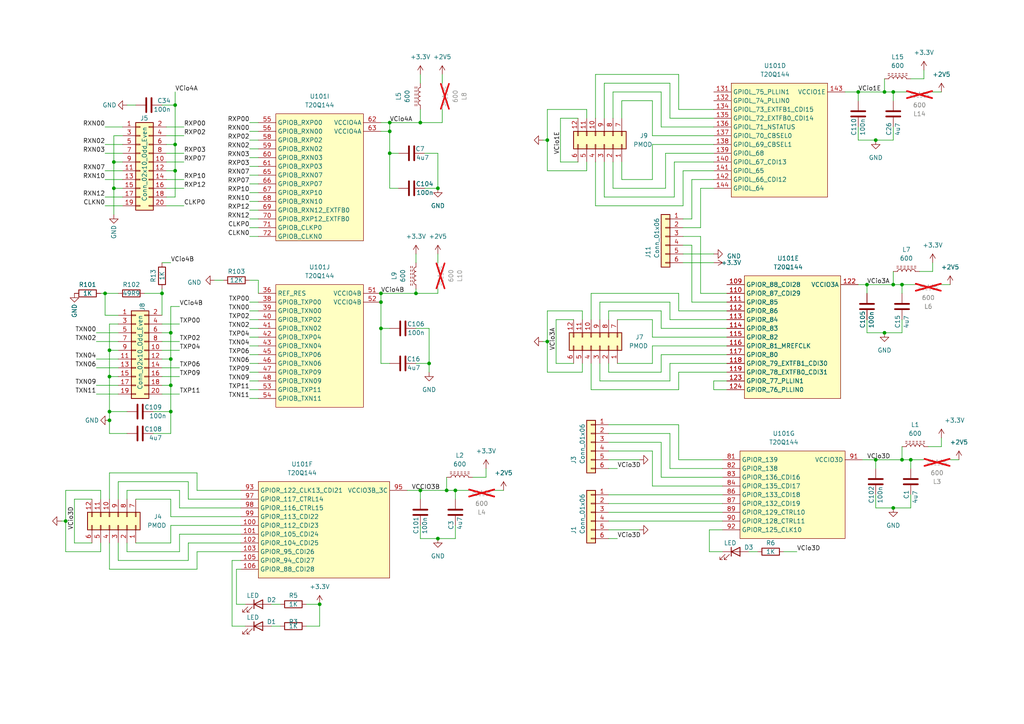
<source format=kicad_sch>
(kicad_sch (version 20231120) (generator "eeschema") (generator_version "8.0")
  (paper "A4")
  (lib_symbols
    (symbol "Connector_Generic:Conn_01x06" (pin_names (offset 1.016) hide)
      (property "Reference" "J" (at 0 7.62 0))
      (property "Value" "Conn_01x06" (at 0 -10.16 0))
      (symbol "Conn_01x06_1_1"
        (pin passive line (at -5.08 5.08 0) (length 3.81) (name "Pin_1") (number "1"))
        (pin passive line (at -5.08 2.54 0) (length 3.81) (name "Pin_2") (number "2"))
        (pin passive line (at -5.08 0 0) (length 3.81) (name "Pin_3") (number "3"))
        (pin passive line (at -5.08 -2.54 0) (length 3.81) (name "Pin_4") (number "4"))
        (pin passive line (at -5.08 -5.08 0) (length 3.81) (name "Pin_5") (number "5"))
        (pin passive line (at -5.08 -7.62 0) (length 3.81) (name "Pin_6") (number "6"))
      )
    )
    (symbol "Connector_Generic:Conn_02x06_Top_Bottom" (pin_names (offset 1.016) hide)
      (property "Reference" "J" (at 1.27 7.62 0))
      (property "Value" "Conn_02x06_Top_Bottom" (at 1.27 -10.16 0))
      (symbol "Conn_02x06_Top_Bottom_1_1"
        (pin passive line (at -5.08 5.08 0) (length 3.81) (name "Pin_1") (number "1"))
        (pin passive line (at 7.62 -2.54 180) (length 3.81) (name "Pin_10") (number "10"))
        (pin passive line (at 7.62 -5.08 180) (length 3.81) (name "Pin_11") (number "11"))
        (pin passive line (at 7.62 -7.62 180) (length 3.81) (name "Pin_12") (number "12"))
        (pin passive line (at -5.08 2.54 0) (length 3.81) (name "Pin_2") (number "2"))
        (pin passive line (at -5.08 0 0) (length 3.81) (name "Pin_3") (number "3"))
        (pin passive line (at -5.08 -2.54 0) (length 3.81) (name "Pin_4") (number "4"))
        (pin passive line (at -5.08 -5.08 0) (length 3.81) (name "Pin_5") (number "5"))
        (pin passive line (at -5.08 -7.62 0) (length 3.81) (name "Pin_6") (number "6"))
        (pin passive line (at 7.62 5.08 180) (length 3.81) (name "Pin_7") (number "7"))
        (pin passive line (at 7.62 2.54 180) (length 3.81) (name "Pin_8") (number "8"))
        (pin passive line (at 7.62 0 180) (length 3.81) (name "Pin_9") (number "9"))
      )
    )
    (symbol "Connector_Generic:Conn_02x10_Odd_Even" (pin_names (offset 1.016) hide)
      (property "Reference" "J" (at 1.27 12.7 0))
      (property "Value" "Conn_02x10_Odd_Even" (at 1.27 -15.24 0))
      (symbol "Conn_02x10_Odd_Even_1_1"
        (pin passive line (at -5.08 10.16 0) (length 3.81) (name "Pin_1") (number "1"))
        (pin passive line (at 7.62 0 180) (length 3.81) (name "Pin_10") (number "10"))
        (pin passive line (at -5.08 -2.54 0) (length 3.81) (name "Pin_11") (number "11"))
        (pin passive line (at 7.62 -2.54 180) (length 3.81) (name "Pin_12") (number "12"))
        (pin passive line (at -5.08 -5.08 0) (length 3.81) (name "Pin_13") (number "13"))
        (pin passive line (at 7.62 -5.08 180) (length 3.81) (name "Pin_14") (number "14"))
        (pin passive line (at -5.08 -7.62 0) (length 3.81) (name "Pin_15") (number "15"))
        (pin passive line (at 7.62 -7.62 180) (length 3.81) (name "Pin_16") (number "16"))
        (pin passive line (at -5.08 -10.16 0) (length 3.81) (name "Pin_17") (number "17"))
        (pin passive line (at 7.62 -10.16 180) (length 3.81) (name "Pin_18") (number "18"))
        (pin passive line (at -5.08 -12.7 0) (length 3.81) (name "Pin_19") (number "19"))
        (pin passive line (at 7.62 10.16 180) (length 3.81) (name "Pin_2") (number "2"))
        (pin passive line (at 7.62 -12.7 180) (length 3.81) (name "Pin_20") (number "20"))
        (pin passive line (at -5.08 7.62 0) (length 3.81) (name "Pin_3") (number "3"))
        (pin passive line (at 7.62 7.62 180) (length 3.81) (name "Pin_4") (number "4"))
        (pin passive line (at -5.08 5.08 0) (length 3.81) (name "Pin_5") (number "5"))
        (pin passive line (at 7.62 5.08 180) (length 3.81) (name "Pin_6") (number "6"))
        (pin passive line (at -5.08 2.54 0) (length 3.81) (name "Pin_7") (number "7"))
        (pin passive line (at 7.62 2.54 180) (length 3.81) (name "Pin_8") (number "8"))
        (pin passive line (at -5.08 0 0) (length 3.81) (name "Pin_9") (number "9"))
      )
    )
    (symbol "Dales:C" (pin_numbers hide) (pin_names (offset 0.254))
      (property "Reference" "C" (at 0.635 2.54 0))
      (property "Value" "C" (at 0.635 -2.54 0))
      (symbol "C_1_1"
        (pin passive line (at 0 3.81 270) (length 2.794) (name "~") (number "1"))
        (pin passive line (at 0 -3.81 90) (length 2.794) (name "~") (number "2"))
      )
    )
    (symbol "Dales:T20Q144"
      (property "Reference" "U4" (at 12.7 5.08 0))
      (property "Value" "T20Q144" (at 12.7 2.54 0))
      (symbol "T20Q144_1_1"
        (pin power_in line (at 27.94 -2.54 180) (length 5.08) (name "VCCIO1A") (number "23"))
        (pin output line (at -5.08 -2.54 0) (length 5.08) (name "TDO") (number "24"))
        (pin input line (at -5.08 -5.08 0) (length 5.08) (name "TMS") (number "25"))
        (pin input line (at -5.08 -7.62 0) (length 5.08) (name "TCK") (number "26"))
        (pin input line (at -5.08 -10.16 0) (length 5.08) (name "TDI") (number "27"))
        (pin bidirectional line (at -5.08 -12.7 0) (length 5.08) (name "GPIOL_09_CDI1") (number "28"))
        (pin bidirectional line (at -5.08 -15.24 0) (length 5.08) (name "GPIOL_08_CDI0") (number "29"))
        (pin bidirectional line (at -5.08 -22.86 0) (length 5.08) (name "GPIOL_01_CCK") (number "30"))
        (pin bidirectional line (at -5.08 -25.4 0) (length 5.08) (name "GPIOL_00_SS_N") (number "31"))
        (pin bidirectional line (at -5.08 -20.32 0) (length 5.08) (name "GPIOL_04_CSI") (number "32"))
        (pin bidirectional line (at -5.08 -17.78 0) (length 5.08) (name "GPIOL_05_CSO") (number "33"))
        (pin output line (at -5.08 -30.48 0) (length 5.08) (name "CDONE") (number "34"))
        (pin bidirectional line (at -5.08 -27.94 0) (length 5.08) (name "CRESET_N") (number "35"))
      )
      (symbol "T20Q144_2_1"
        (pin bidirectional line (at -5.08 -2.54 0) (length 5.08) (name "GPIOL_25_CLK1") (number "14"))
        (pin bidirectional line (at -5.08 -5.08 0) (length 5.08) (name "GPIOL_24_CLK0") (number "15"))
        (pin bidirectional line (at -5.08 -7.62 0) (length 5.08) (name "GPIOL_22_CTRL2") (number "16"))
        (pin bidirectional line (at -5.08 -10.16 0) (length 5.08) (name "GPIOL_21_CTRL1_CDI5") (number "17"))
        (pin bidirectional line (at -5.08 -12.7 0) (length 5.08) (name "GPIOL_20_CTRL0_CDI4") (number "18"))
        (pin bidirectional line (at -5.08 -15.24 0) (length 5.08) (name "GPIOL_13_CDI3") (number "19"))
        (pin input line (at -5.08 -17.78 0) (length 5.08) (name "GPIOL_12_CDI2") (number "20"))
        (pin power_in line (at 33.02 -2.54 180) (length 5.08) (name "VCCIO1B") (number "21"))
      )
      (symbol "T20Q144_3_1"
        (pin bidirectional line (at -5.08 -15.24 0) (length 5.08) (name "GPIOL_32_CTRL4_CDI7") (number "10"))
        (pin bidirectional line (at -5.08 -17.78 0) (length 5.08) (name "GPIOL_31_CLK7_CDI6") (number "11"))
        (pin power_in line (at 35.56 -2.54 180) (length 5.08) (name "VCCIO1C_1D") (number "12"))
        (pin bidirectional line (at -5.08 -5.08 0) (length 5.08) (name "GPIOL_53_CDI10") (number "3"))
        (pin bidirectional line (at -5.08 -2.54 0) (length 5.08) (name "GPIOL_54_CDI11") (number "4"))
        (pin bidirectional line (at -5.08 -7.62 0) (length 5.08) (name "GPIOL_46") (number "6"))
        (pin bidirectional line (at -5.08 -10.16 0) (length 5.08) (name "GPIOL_41_CDI9") (number "7"))
        (pin bidirectional line (at -5.08 -12.7 0) (length 5.08) (name "GPIOL_40_CDI8") (number "8"))
      )
      (symbol "T20Q144_4_1"
        (pin bidirectional line (at -5.08 -2.54 0) (length 5.08) (name "GPIOL_75_PLLIN1") (number "131"))
        (pin bidirectional line (at -5.08 -5.08 0) (length 5.08) (name "GPIOL_74_PLLIN0") (number "132"))
        (pin bidirectional line (at -5.08 -7.62 0) (length 5.08) (name "GPIOL_73_EXTFB1_CDI15") (number "134"))
        (pin bidirectional line (at -5.08 -10.16 0) (length 5.08) (name "GPIOL_72_EXTFB0_CDI14") (number "135"))
        (pin bidirectional line (at -5.08 -12.7 0) (length 5.08) (name "GPIOL_71_NSTATUS") (number "136"))
        (pin bidirectional line (at -5.08 -15.24 0) (length 5.08) (name "GPIOL_70_CBSEL0") (number "137"))
        (pin bidirectional line (at -5.08 -17.78 0) (length 5.08) (name "GPIOL_69_CBSEL1") (number "138"))
        (pin bidirectional line (at -5.08 -20.32 0) (length 5.08) (name "GPIOL_68") (number "139"))
        (pin bidirectional line (at -5.08 -22.86 0) (length 5.08) (name "GPIOL_67_CDI13") (number "140"))
        (pin bidirectional line (at -5.08 -25.4 0) (length 5.08) (name "GPIOL_65") (number "141"))
        (pin bidirectional line (at -5.08 -27.94 0) (length 5.08) (name "GPIOL_66_CDI12") (number "142"))
        (pin power_in line (at 33.02 -2.54 180) (length 5.08) (name "VCCIO1E") (number "143"))
        (pin power_in line (at -5.08 -30.48 0) (length 5.08) (name "GPIOL_64") (number "144"))
      )
      (symbol "T20Q144_5_1"
        (pin bidirectional line (at -5.08 -2.54 0) (length 5.08) (name "GPIOR_88_CDI28") (number "109"))
        (pin bidirectional line (at -5.08 -5.08 0) (length 5.08) (name "GPIOR_87_CDI29") (number "110"))
        (pin bidirectional line (at -5.08 -7.62 0) (length 5.08) (name "GPIOR_85") (number "111"))
        (pin bidirectional line (at -5.08 -10.16 0) (length 5.08) (name "GPIOR_86") (number "112"))
        (pin bidirectional line (at -5.08 -12.7 0) (length 5.08) (name "GPIOR_84") (number "113"))
        (pin bidirectional line (at -5.08 -15.24 0) (length 5.08) (name "GPIOR_83") (number "114"))
        (pin bidirectional line (at -5.08 -17.78 0) (length 5.08) (name "GPIOR_82") (number "115"))
        (pin bidirectional line (at -5.08 -20.32 0) (length 5.08) (name "GPIOR_81_MREFCLK") (number "116"))
        (pin bidirectional line (at -5.08 -22.86 0) (length 5.08) (name "GPIOR_80") (number "117"))
        (pin bidirectional line (at -5.08 -25.4 0) (length 5.08) (name "GPIOR_79_EXTFB1_CDI30") (number "118"))
        (pin bidirectional line (at -5.08 -27.94 0) (length 5.08) (name "GPIOR_78_EXTFB0_CDI31") (number "119"))
        (pin power_in line (at 33.02 -2.54 180) (length 5.08) (name "VCCIO3A") (number "122"))
        (pin bidirectional line (at -5.08 -30.48 0) (length 5.08) (name "GPIOR_77_PLLIN1") (number "123"))
        (pin bidirectional line (at -5.08 -33.02 0) (length 5.08) (name "GPIOR_76_PLLIN0") (number "124"))
      )
      (symbol "T20Q144_6_1"
        (pin bidirectional line (at -5.08 -12.7 0) (length 5.08) (name "GPIOR_112_CDI23") (number "100"))
        (pin bidirectional line (at -5.08 -15.24 0) (length 5.08) (name "GPIOR_105_CDI24") (number "101"))
        (pin bidirectional line (at -5.08 -17.78 0) (length 5.08) (name "GPIOR_104_CDI25") (number "102"))
        (pin bidirectional line (at -5.08 -20.32 0) (length 5.08) (name "GPIOR_95_CDI26") (number "103"))
        (pin bidirectional line (at -5.08 -22.86 0) (length 5.08) (name "GPIOR_94_CDI27") (number "105"))
        (pin bidirectional line (at -5.08 -25.4 0) (length 5.08) (name "GPIOR_88_CDI28") (number "106"))
        (pin bidirectional line (at -5.08 -2.54 0) (length 5.08) (name "GPIOR_122_CLK13_CDI21") (number "93"))
        (pin power_in line (at 43.18 -2.54 180) (length 5.08) (name "VCCIO3B_3C") (number "95"))
        (pin bidirectional line (at -5.08 -5.08 0) (length 5.08) (name "GPIOR_117_CTRL14") (number "97"))
        (pin bidirectional line (at -5.08 -7.62 0) (length 5.08) (name "GPIOR_116_CTRL15") (number "98"))
        (pin bidirectional line (at -5.08 -10.16 0) (length 5.08) (name "GPIOR_113_CDI22") (number "99"))
      )
      (symbol "T20Q144_7_1"
        (pin bidirectional line (at -5.08 -2.54 0) (length 5.08) (name "GPIOR_139") (number "81"))
        (pin bidirectional line (at -5.08 -5.08 0) (length 5.08) (name "GPIOR_138") (number "82"))
        (pin bidirectional line (at -5.08 -7.62 0) (length 5.08) (name "GPIOR_136_CDI16") (number "83"))
        (pin bidirectional line (at -5.08 -10.16 0) (length 5.08) (name "GPIOR_135_CDI17") (number "84"))
        (pin bidirectional line (at -5.08 -12.7 0) (length 5.08) (name "GPIOR_133_CDI18") (number "86"))
        (pin bidirectional line (at -5.08 -15.24 0) (length 5.08) (name "GPIOR_132_CDI19") (number "87"))
        (pin bidirectional line (at -5.08 -17.78 0) (length 5.08) (name "GPIOR_129_CTRL10") (number "89"))
        (pin bidirectional line (at -5.08 -20.32 0) (length 5.08) (name "GPIOR_128_CTRL11") (number "90"))
        (pin power_in line (at 35.56 -2.54 180) (length 5.08) (name "VCCIO3D") (number "91"))
        (pin bidirectional line (at -5.08 -22.86 0) (length 5.08) (name "GPIOR_125_CLK10") (number "92"))
      )
      (symbol "T20Q144_8_1"
        (pin bidirectional line (at -5.08 -2.54 0) (length 5.08) (name "GPIOR_158_TEST_N") (number "74"))
        (pin bidirectional line (at -5.08 -5.08 0) (length 5.08) (name "GPIOR_157_PLLIN") (number "75"))
        (pin bidirectional line (at -5.08 -7.62 0) (length 5.08) (name "GPIOR_155") (number "76"))
        (pin bidirectional line (at -5.08 -10.16 0) (length 5.08) (name "GPIOR_154") (number "77"))
        (pin bidirectional line (at -5.08 -12.7 0) (length 5.08) (name "GPIOR_151_CBUS0") (number "78"))
        (pin bidirectional line (at -5.08 -15.24 0) (length 5.08) (name "GPIOR_150_CBUS1") (number "79"))
        (pin bidirectional line (at -5.08 -17.78 0) (length 5.08) (name "GPIOR_149_CBUS2") (number "80"))
        (pin power_in line (at 35.56 -2.54 180) (length 5.08) (name "VCCIO3E") (number "88"))
      )
      (symbol "T20Q144_9_1"
        (pin bidirectional line (at -5.08 -2.54 0) (length 5.08) (name "GPIOB_RXP00") (number "55"))
        (pin bidirectional line (at -5.08 -5.08 0) (length 5.08) (name "GPIOB_RXN00") (number "56"))
        (pin bidirectional line (at -5.08 -7.62 0) (length 5.08) (name "GPIOB_RXP02") (number "58"))
        (pin bidirectional line (at -5.08 -10.16 0) (length 5.08) (name "GPIOB_RXN02") (number "59"))
        (pin bidirectional line (at -5.08 -12.7 0) (length 5.08) (name "GPIOB_RXN03") (number "60"))
        (pin bidirectional line (at -5.08 -15.24 0) (length 5.08) (name "GPIOB_RXP03") (number "61"))
        (pin power_in line (at 30.48 -2.54 180) (length 5.08) (name "VCCIO4A") (number "62"))
        (pin power_in line (at 30.48 -5.08 180) (length 5.08) (name "VCCIO4A") (number "63"))
        (pin bidirectional line (at -5.08 -17.78 0) (length 5.08) (name "GPIOB_RXN07") (number "65"))
        (pin bidirectional line (at -5.08 -20.32 0) (length 5.08) (name "GPIOB_RXP07") (number "66"))
        (pin bidirectional line (at -5.08 -22.86 0) (length 5.08) (name "GPIOB_RXP10") (number "67"))
        (pin bidirectional line (at -5.08 -25.4 0) (length 5.08) (name "GPIOB_RXN10") (number "68"))
        (pin bidirectional line (at -5.08 -27.94 0) (length 5.08) (name "GPIOB_RXN12_EXTFB0") (number "69"))
        (pin bidirectional line (at -5.08 -30.48 0) (length 5.08) (name "GPIOB_RXP12_EXTFB0") (number "70"))
        (pin bidirectional line (at -5.08 -33.02 0) (length 5.08) (name "GPIOB_CLKP0") (number "71"))
        (pin bidirectional line (at -5.08 -35.56 0) (length 5.08) (name "GPIOB_CLKN0") (number "72"))
      )
      (symbol "T20Q144_10_1"
        (pin passive line (at -5.08 -2.54 0) (length 5.08) (name "REF_RES") (number "36"))
        (pin bidirectional line (at -5.08 -5.08 0) (length 5.08) (name "GPIOB_TXP00") (number "38"))
        (pin bidirectional line (at -5.08 -7.62 0) (length 5.08) (name "GPIOB_TXN00") (number "39"))
        (pin bidirectional line (at -5.08 -10.16 0) (length 5.08) (name "GPIOB_TXP02") (number "40"))
        (pin bidirectional line (at -5.08 -12.7 0) (length 5.08) (name "GPIOB_TXN02") (number "41"))
        (pin bidirectional line (at -5.08 -15.24 0) (length 5.08) (name "GPIOB_TXP04") (number "42"))
        (pin bidirectional line (at -5.08 -17.78 0) (length 5.08) (name "GPIOB_TXN04") (number "43"))
        (pin bidirectional line (at -5.08 -20.32 0) (length 5.08) (name "GPIOB_TXP06") (number "45"))
        (pin bidirectional line (at -5.08 -22.86 0) (length 5.08) (name "GPIOB_TXN06") (number "46"))
        (pin bidirectional line (at -5.08 -25.4 0) (length 5.08) (name "GPIOB_TXP09") (number "47"))
        (pin bidirectional line (at -5.08 -27.94 0) (length 5.08) (name "GPIOB_TXN09") (number "48"))
        (pin power_in line (at 30.48 -2.54 180) (length 5.08) (name "VCCIO4B") (number "51"))
        (pin power_in line (at 30.48 -5.08 180) (length 5.08) (name "VCCIO4B") (number "52"))
        (pin bidirectional line (at -5.08 -30.48 0) (length 5.08) (name "GPIOB_TXP11") (number "53"))
        (pin bidirectional line (at -5.08 -33.02 0) (length 5.08) (name "GPIOB_TXN11") (number "54"))
      )
      (symbol "T20Q144_11_1"
        (pin power_in line (at 22.86 -2.54 180) (length 5.08) (name "GND") (number "1"))
        (pin power_in line (at 22.86 -22.86 180) (length 5.08) (name "GND") (number "104"))
        (pin power_in line (at -5.08 -38.1 0) (length 5.08) (name "VCCA_TR") (number "107"))
        (pin power_in line (at 22.86 -25.4 180) (length 5.08) (name "GND") (number "108"))
        (pin power_in line (at 22.86 -27.94 180) (length 5.08) (name "GND") (number "120"))
        (pin power_in line (at 22.86 -30.48 180) (length 5.08) (name "GND") (number "121"))
        (pin power_in line (at -5.08 -17.78 0) (length 5.08) (name "VCC") (number "125"))
        (pin power_in line (at 22.86 -33.02 180) (length 5.08) (name "GND") (number "126"))
        (pin power_in line (at 22.86 -35.56 180) (length 5.08) (name "GND") (number "127"))
        (pin power_in line (at -5.08 -20.32 0) (length 5.08) (name "VCC") (number "128"))
        (pin power_in line (at 22.86 -38.1 180) (length 5.08) (name "GND") (number "129"))
        (pin power_in line (at -5.08 -2.54 0) (length 5.08) (name "VCC") (number "13"))
        (pin power_in line (at -5.08 -22.86 0) (length 5.08) (name "VCC") (number "130"))
        (pin power_in line (at 22.86 -40.64 180) (length 5.08) (name "GND") (number "133"))
        (pin power_in line (at -5.08 -27.94 0) (length 5.08) (name "VCCA_TL") (number "2"))
        (pin power_in line (at -5.08 -5.08 0) (length 5.08) (name "VCC") (number "22"))
        (pin power_in line (at 22.86 -10.16 180) (length 5.08) (name "GND") (number "37"))
        (pin power_in line (at 22.86 -12.7 180) (length 5.08) (name "GND") (number "44"))
        (pin power_in line (at -5.08 -7.62 0) (length 5.08) (name "VCC") (number "49"))
        (pin power_in line (at 22.86 -5.08 180) (length 5.08) (name "GND") (number "5"))
        (pin power_in line (at 22.86 -15.24 180) (length 5.08) (name "GND") (number "50"))
        (pin power_in line (at -5.08 -10.16 0) (length 5.08) (name "VCC") (number "57"))
        (pin power_in line (at 22.86 -17.78 180) (length 5.08) (name "GND") (number "64"))
        (pin power_in line (at -5.08 -33.02 0) (length 5.08) (name "VCCA_BR") (number "73"))
        (pin power_in line (at -5.08 -12.7 0) (length 5.08) (name "VCC") (number "85"))
        (pin power_in line (at 22.86 -7.62 180) (length 5.08) (name "GND") (number "9"))
        (pin power_in line (at 22.86 -20.32 180) (length 5.08) (name "GND") (number "94"))
        (pin power_in line (at -5.08 -15.24 0) (length 5.08) (name "VCC") (number "96"))
      )
    )
    (symbol "Device:LED" (pin_numbers hide) (pin_names (offset 1.016) hide)
      (property "Reference" "D" (at 0 2.54 0))
      (property "Value" "LED" (at 0 -2.54 0))
      (symbol "LED_1_1"
        (pin passive line (at -3.81 0 0) (length 2.54) (name "K") (number "1"))
        (pin passive line (at 3.81 0 180) (length 2.54) (name "A") (number "2"))
      )
    )
    (symbol "Device:L_Ferrite" (pin_numbers hide) (pin_names (offset 1.016) hide)
      (property "Reference" "L" (at -1.27 0 90))
      (property "Value" "L_Ferrite" (at 2.794 0 90))
      (symbol "L_Ferrite_1_1"
        (pin passive line (at 0 3.81 270) (length 1.27) (name "1") (number "1"))
        (pin passive line (at 0 -3.81 90) (length 1.27) (name "2") (number "2"))
      )
    )
    (symbol "Device:R" (pin_numbers hide) (pin_names (offset 0))
      (property "Reference" "R" (at 2.032 0 90))
      (property "Value" "R" (at 0 0 90))
      (symbol "R_1_1"
        (pin passive line (at 0 3.81 270) (length 1.27) (name "~") (number "1"))
        (pin passive line (at 0 -3.81 90) (length 1.27) (name "~") (number "2"))
      )
    )
    (symbol "T20Q144_1"
      (property "Reference" "U4" (at 12.7 5.08 0))
      (property "Value" "T20Q144" (at 12.7 2.54 0))
      (symbol "T20Q144_1_1_1"
        (pin power_in line (at 27.94 -2.54 180) (length 5.08) (name "VCCIO1A") (number "23"))
        (pin output line (at -5.08 -2.54 0) (length 5.08) (name "TDO") (number "24"))
        (pin input line (at -5.08 -5.08 0) (length 5.08) (name "TMS") (number "25"))
        (pin input line (at -5.08 -7.62 0) (length 5.08) (name "TCK") (number "26"))
        (pin input line (at -5.08 -10.16 0) (length 5.08) (name "TDI") (number "27"))
        (pin bidirectional line (at -5.08 -12.7 0) (length 5.08) (name "GPIOL_09_CDI1") (number "28"))
        (pin bidirectional line (at -5.08 -15.24 0) (length 5.08) (name "GPIOL_08_CDI0") (number "29"))
        (pin bidirectional line (at -5.08 -22.86 0) (length 5.08) (name "GPIOL_01_CCK") (number "30"))
        (pin bidirectional line (at -5.08 -25.4 0) (length 5.08) (name "GPIOL_00_SS_N") (number "31"))
        (pin bidirectional line (at -5.08 -20.32 0) (length 5.08) (name "GPIOL_04_CSI") (number "32"))
        (pin bidirectional line (at -5.08 -17.78 0) (length 5.08) (name "GPIOL_05_CSO") (number "33"))
        (pin output line (at -5.08 -30.48 0) (length 5.08) (name "CDONE") (number "34"))
        (pin bidirectional line (at -5.08 -27.94 0) (length 5.08) (name "CRESET_N") (number "35"))
      )
      (symbol "T20Q144_1_2_1"
        (pin bidirectional line (at -5.08 -2.54 0) (length 5.08) (name "GPIOL_25_CLK1") (number "14"))
        (pin bidirectional line (at -5.08 -5.08 0) (length 5.08) (name "GPIOL_24_CLK0") (number "15"))
        (pin bidirectional line (at -5.08 -7.62 0) (length 5.08) (name "GPIOL_22_CTRL2") (number "16"))
        (pin bidirectional line (at -5.08 -10.16 0) (length 5.08) (name "GPIOL_21_CTRL1_CDI5") (number "17"))
        (pin bidirectional line (at -5.08 -12.7 0) (length 5.08) (name "GPIOL_20_CTRL0_CDI4") (number "18"))
        (pin bidirectional line (at -5.08 -15.24 0) (length 5.08) (name "GPIOL_13_CDI3") (number "19"))
        (pin input line (at -5.08 -17.78 0) (length 5.08) (name "GPIOL_12_CDI2") (number "20"))
        (pin power_in line (at 33.02 -2.54 180) (length 5.08) (name "VCCIO1B") (number "21"))
      )
      (symbol "T20Q144_1_3_1"
        (pin bidirectional line (at -5.08 -15.24 0) (length 5.08) (name "GPIOL_32_CTRL4_CDI7") (number "10"))
        (pin bidirectional line (at -5.08 -17.78 0) (length 5.08) (name "GPIOL_31_CLK7_CDI6") (number "11"))
        (pin power_in line (at 35.56 -2.54 180) (length 5.08) (name "VCCIO1C_1D") (number "12"))
        (pin bidirectional line (at -5.08 -5.08 0) (length 5.08) (name "GPIOL_53_CDI10") (number "3"))
        (pin bidirectional line (at -5.08 -2.54 0) (length 5.08) (name "GPIOL_54_CDI11") (number "4"))
        (pin bidirectional line (at -5.08 -7.62 0) (length 5.08) (name "GPIOL_46") (number "6"))
        (pin bidirectional line (at -5.08 -10.16 0) (length 5.08) (name "GPIOL_41_CDI9") (number "7"))
        (pin bidirectional line (at -5.08 -12.7 0) (length 5.08) (name "GPIOL_40_CDI8") (number "8"))
      )
      (symbol "T20Q144_1_4_1"
        (pin bidirectional line (at -5.08 -2.54 0) (length 5.08) (name "GPIOL_75_PLLIN1") (number "131"))
        (pin bidirectional line (at -5.08 -5.08 0) (length 5.08) (name "GPIOL_74_PLLIN0") (number "132"))
        (pin bidirectional line (at -5.08 -7.62 0) (length 5.08) (name "GPIOL_73_EXTFB1_CDI15") (number "134"))
        (pin bidirectional line (at -5.08 -10.16 0) (length 5.08) (name "GPIOL_72_EXTFB0_CDI14") (number "135"))
        (pin bidirectional line (at -5.08 -12.7 0) (length 5.08) (name "GPIOL_71_NSTATUS") (number "136"))
        (pin bidirectional line (at -5.08 -15.24 0) (length 5.08) (name "GPIOL_70_CBSEL0") (number "137"))
        (pin bidirectional line (at -5.08 -17.78 0) (length 5.08) (name "GPIOL_69_CBSEL1") (number "138"))
        (pin bidirectional line (at -5.08 -20.32 0) (length 5.08) (name "GPIOL_68") (number "139"))
        (pin bidirectional line (at -5.08 -22.86 0) (length 5.08) (name "GPIOL_67_CDI13") (number "140"))
        (pin bidirectional line (at -5.08 -25.4 0) (length 5.08) (name "GPIOL_65") (number "141"))
        (pin bidirectional line (at -5.08 -27.94 0) (length 5.08) (name "GPIOL_66_CDI12") (number "142"))
        (pin power_in line (at 33.02 -2.54 180) (length 5.08) (name "VCCIO1E") (number "143"))
        (pin power_in line (at -5.08 -30.48 0) (length 5.08) (name "GPIOL_64") (number "144"))
      )
      (symbol "T20Q144_1_5_1"
        (pin bidirectional line (at -5.08 -2.54 0) (length 5.08) (name "GPIOR_88_CDI28") (number "109"))
        (pin bidirectional line (at -5.08 -5.08 0) (length 5.08) (name "GPIOR_87_CDI29") (number "110"))
        (pin bidirectional line (at -5.08 -7.62 0) (length 5.08) (name "GPIOR_85") (number "111"))
        (pin bidirectional line (at -5.08 -10.16 0) (length 5.08) (name "GPIOR_86") (number "112"))
        (pin bidirectional line (at -5.08 -12.7 0) (length 5.08) (name "GPIOR_84") (number "113"))
        (pin bidirectional line (at -5.08 -15.24 0) (length 5.08) (name "GPIOR_83") (number "114"))
        (pin bidirectional line (at -5.08 -17.78 0) (length 5.08) (name "GPIOR_82") (number "115"))
        (pin bidirectional line (at -5.08 -20.32 0) (length 5.08) (name "GPIOR_81_MREFCLK") (number "116"))
        (pin bidirectional line (at -5.08 -22.86 0) (length 5.08) (name "GPIOR_80") (number "117"))
        (pin bidirectional line (at -5.08 -25.4 0) (length 5.08) (name "GPIOR_79_EXTFB1_CDI30") (number "118"))
        (pin bidirectional line (at -5.08 -27.94 0) (length 5.08) (name "GPIOR_78_EXTFB0_CDI31") (number "119"))
        (pin power_in line (at 33.02 -2.54 180) (length 5.08) (name "VCCIO3A") (number "122"))
        (pin bidirectional line (at -5.08 -30.48 0) (length 5.08) (name "GPIOR_77_PLLIN1") (number "123"))
        (pin bidirectional line (at -5.08 -33.02 0) (length 5.08) (name "GPIOR_76_PLLIN0") (number "124"))
      )
      (symbol "T20Q144_1_6_1"
        (pin bidirectional line (at -5.08 -12.7 0) (length 5.08) (name "GPIOR_112_CDI23") (number "100"))
        (pin bidirectional line (at -5.08 -15.24 0) (length 5.08) (name "GPIOR_105_CDI24") (number "101"))
        (pin bidirectional line (at -5.08 -17.78 0) (length 5.08) (name "GPIOR_104_CDI25") (number "102"))
        (pin bidirectional line (at -5.08 -20.32 0) (length 5.08) (name "GPIOR_95_CDI26") (number "103"))
        (pin bidirectional line (at -5.08 -22.86 0) (length 5.08) (name "GPIOR_94_CDI27") (number "105"))
        (pin bidirectional line (at -5.08 -25.4 0) (length 5.08) (name "GPIOR_88_CDI28") (number "106"))
        (pin bidirectional line (at -5.08 -2.54 0) (length 5.08) (name "GPIOR_122_CLK13_CDI21") (number "93"))
        (pin power_in line (at 43.18 -2.54 180) (length 5.08) (name "VCCIO3B_3C") (number "95"))
        (pin bidirectional line (at -5.08 -5.08 0) (length 5.08) (name "GPIOR_117_CTRL14") (number "97"))
        (pin bidirectional line (at -5.08 -7.62 0) (length 5.08) (name "GPIOR_116_CTRL15") (number "98"))
        (pin bidirectional line (at -5.08 -10.16 0) (length 5.08) (name "GPIOR_113_CDI22") (number "99"))
      )
      (symbol "T20Q144_1_7_1"
        (pin bidirectional line (at -5.08 -2.54 0) (length 5.08) (name "GPIOR_139") (number "81"))
        (pin bidirectional line (at -5.08 -5.08 0) (length 5.08) (name "GPIOR_138") (number "82"))
        (pin bidirectional line (at -5.08 -7.62 0) (length 5.08) (name "GPIOR_136_CDI16") (number "83"))
        (pin bidirectional line (at -5.08 -10.16 0) (length 5.08) (name "GPIOR_135_CDI17") (number "84"))
        (pin bidirectional line (at -5.08 -12.7 0) (length 5.08) (name "GPIOR_133_CDI18") (number "86"))
        (pin bidirectional line (at -5.08 -15.24 0) (length 5.08) (name "GPIOR_132_CDI19") (number "87"))
        (pin bidirectional line (at -5.08 -17.78 0) (length 5.08) (name "GPIOR_129_CTRL10") (number "89"))
        (pin bidirectional line (at -5.08 -20.32 0) (length 5.08) (name "GPIOR_128_CTRL11") (number "90"))
        (pin power_in line (at 35.56 -2.54 180) (length 5.08) (name "VCCIO3D") (number "91"))
        (pin bidirectional line (at -5.08 -22.86 0) (length 5.08) (name "GPIOR_125_CLK10") (number "92"))
      )
      (symbol "T20Q144_1_8_1"
        (pin bidirectional line (at -5.08 -2.54 0) (length 5.08) (name "GPIOR_158_TEST_N") (number "74"))
        (pin bidirectional line (at -5.08 -5.08 0) (length 5.08) (name "GPIOR_157_PLLIN") (number "75"))
        (pin bidirectional line (at -5.08 -7.62 0) (length 5.08) (name "GPIOR_155") (number "76"))
        (pin bidirectional line (at -5.08 -10.16 0) (length 5.08) (name "GPIOR_154") (number "77"))
        (pin bidirectional line (at -5.08 -12.7 0) (length 5.08) (name "GPIOR_151_CBUS0") (number "78"))
        (pin bidirectional line (at -5.08 -15.24 0) (length 5.08) (name "GPIOR_150_CBUS1") (number "79"))
        (pin bidirectional line (at -5.08 -17.78 0) (length 5.08) (name "GPIOR_149_CBUS2") (number "80"))
        (pin power_in line (at 35.56 -2.54 180) (length 5.08) (name "VCCIO3E") (number "88"))
      )
      (symbol "T20Q144_1_9_1"
        (pin bidirectional line (at -5.08 -2.54 0) (length 5.08) (name "GPIOB_RXP00") (number "55"))
        (pin bidirectional line (at -5.08 -5.08 0) (length 5.08) (name "GPIOB_RXN00") (number "56"))
        (pin bidirectional line (at -5.08 -7.62 0) (length 5.08) (name "GPIOB_RXP02") (number "58"))
        (pin bidirectional line (at -5.08 -10.16 0) (length 5.08) (name "GPIOB_RXN02") (number "59"))
        (pin bidirectional line (at -5.08 -12.7 0) (length 5.08) (name "GPIOB_RXN03") (number "60"))
        (pin bidirectional line (at -5.08 -15.24 0) (length 5.08) (name "GPIOB_RXP03") (number "61"))
        (pin power_in line (at 30.48 -2.54 180) (length 5.08) (name "VCCIO4A") (number "62"))
        (pin power_in line (at 30.48 -5.08 180) (length 5.08) (name "VCCIO4A") (number "63"))
        (pin bidirectional line (at -5.08 -17.78 0) (length 5.08) (name "GPIOB_RXN07") (number "65"))
        (pin bidirectional line (at -5.08 -20.32 0) (length 5.08) (name "GPIOB_RXP07") (number "66"))
        (pin bidirectional line (at -5.08 -22.86 0) (length 5.08) (name "GPIOB_RXP10") (number "67"))
        (pin bidirectional line (at -5.08 -25.4 0) (length 5.08) (name "GPIOB_RXN10") (number "68"))
        (pin bidirectional line (at -5.08 -27.94 0) (length 5.08) (name "GPIOB_RXN12_EXTFB0") (number "69"))
        (pin bidirectional line (at -5.08 -30.48 0) (length 5.08) (name "GPIOB_RXP12_EXTFB0") (number "70"))
        (pin bidirectional line (at -5.08 -33.02 0) (length 5.08) (name "GPIOB_CLKP0") (number "71"))
        (pin bidirectional line (at -5.08 -35.56 0) (length 5.08) (name "GPIOB_CLKN0") (number "72"))
      )
      (symbol "T20Q144_1_10_1"
        (pin passive line (at -5.08 -2.54 0) (length 5.08) (name "REF_RES") (number "36"))
        (pin bidirectional line (at -5.08 -5.08 0) (length 5.08) (name "GPIOB_TXP00") (number "38"))
        (pin bidirectional line (at -5.08 -7.62 0) (length 5.08) (name "GPIOB_TXN00") (number "39"))
        (pin bidirectional line (at -5.08 -10.16 0) (length 5.08) (name "GPIOB_TXP02") (number "40"))
        (pin bidirectional line (at -5.08 -12.7 0) (length 5.08) (name "GPIOB_TXN02") (number "41"))
        (pin bidirectional line (at -5.08 -15.24 0) (length 5.08) (name "GPIOB_TXP04") (number "42"))
        (pin bidirectional line (at -5.08 -17.78 0) (length 5.08) (name "GPIOB_TXN04") (number "43"))
        (pin bidirectional line (at -5.08 -20.32 0) (length 5.08) (name "GPIOB_TXP06") (number "45"))
        (pin bidirectional line (at -5.08 -22.86 0) (length 5.08) (name "GPIOB_TXN06") (number "46"))
        (pin bidirectional line (at -5.08 -25.4 0) (length 5.08) (name "GPIOB_TXP09") (number "47"))
        (pin bidirectional line (at -5.08 -27.94 0) (length 5.08) (name "GPIOB_TXN09") (number "48"))
        (pin power_in line (at 30.48 -2.54 180) (length 5.08) (name "VCCIO4B") (number "51"))
        (pin power_in line (at 30.48 -5.08 180) (length 5.08) (name "VCCIO4B") (number "52"))
        (pin bidirectional line (at -5.08 -30.48 0) (length 5.08) (name "GPIOB_TXP11") (number "53"))
        (pin bidirectional line (at -5.08 -33.02 0) (length 5.08) (name "GPIOB_TXN11") (number "54"))
      )
      (symbol "T20Q144_1_11_1"
        (pin power_in line (at 22.86 -2.54 180) (length 5.08) (name "GND") (number "1"))
        (pin power_in line (at 22.86 -22.86 180) (length 5.08) (name "GND") (number "104"))
        (pin power_in line (at -5.08 -38.1 0) (length 5.08) (name "VCCA_TR") (number "107"))
        (pin power_in line (at 22.86 -25.4 180) (length 5.08) (name "GND") (number "108"))
        (pin power_in line (at 22.86 -27.94 180) (length 5.08) (name "GND") (number "120"))
        (pin power_in line (at 22.86 -30.48 180) (length 5.08) (name "GND") (number "121"))
        (pin power_in line (at -5.08 -17.78 0) (length 5.08) (name "VCC") (number "125"))
        (pin power_in line (at 22.86 -33.02 180) (length 5.08) (name "GND") (number "126"))
        (pin power_in line (at 22.86 -35.56 180) (length 5.08) (name "GND") (number "127"))
        (pin power_in line (at -5.08 -20.32 0) (length 5.08) (name "VCC") (number "128"))
        (pin power_in line (at 22.86 -38.1 180) (length 5.08) (name "GND") (number "129"))
        (pin power_in line (at -5.08 -2.54 0) (length 5.08) (name "VCC") (number "13"))
        (pin power_in line (at -5.08 -22.86 0) (length 5.08) (name "VCC") (number "130"))
        (pin power_in line (at 22.86 -40.64 180) (length 5.08) (name "GND") (number "133"))
        (pin power_in line (at -5.08 -27.94 0) (length 5.08) (name "VCCA_TL") (number "2"))
        (pin power_in line (at -5.08 -5.08 0) (length 5.08) (name "VCC") (number "22"))
        (pin power_in line (at 22.86 -10.16 180) (length 5.08) (name "GND") (number "37"))
        (pin power_in line (at 22.86 -12.7 180) (length 5.08) (name "GND") (number "44"))
        (pin power_in line (at -5.08 -7.62 0) (length 5.08) (name "VCC") (number "49"))
        (pin power_in line (at 22.86 -5.08 180) (length 5.08) (name "GND") (number "5"))
        (pin power_in line (at 22.86 -15.24 180) (length 5.08) (name "GND") (number "50"))
        (pin power_in line (at -5.08 -10.16 0) (length 5.08) (name "VCC") (number "57"))
        (pin power_in line (at 22.86 -17.78 180) (length 5.08) (name "GND") (number "64"))
        (pin power_in line (at -5.08 -33.02 0) (length 5.08) (name "VCCA_BR") (number "73"))
        (pin power_in line (at -5.08 -12.7 0) (length 5.08) (name "VCC") (number "85"))
        (pin power_in line (at 22.86 -7.62 180) (length 5.08) (name "GND") (number "9"))
        (pin power_in line (at 22.86 -20.32 180) (length 5.08) (name "GND") (number "94"))
        (pin power_in line (at -5.08 -15.24 0) (length 5.08) (name "VCC") (number "96"))
      )
    )
    (symbol "T20Q144_2"
      (property "Reference" "U4" (at 12.7 5.08 0))
      (property "Value" "T20Q144" (at 12.7 2.54 0))
      (symbol "T20Q144_2_1_1"
        (pin power_in line (at 27.94 -2.54 180) (length 5.08) (name "VCCIO1A") (number "23"))
        (pin output line (at -5.08 -2.54 0) (length 5.08) (name "TDO") (number "24"))
        (pin input line (at -5.08 -5.08 0) (length 5.08) (name "TMS") (number "25"))
        (pin input line (at -5.08 -7.62 0) (length 5.08) (name "TCK") (number "26"))
        (pin input line (at -5.08 -10.16 0) (length 5.08) (name "TDI") (number "27"))
        (pin bidirectional line (at -5.08 -12.7 0) (length 5.08) (name "GPIOL_09_CDI1") (number "28"))
        (pin bidirectional line (at -5.08 -15.24 0) (length 5.08) (name "GPIOL_08_CDI0") (number "29"))
        (pin bidirectional line (at -5.08 -22.86 0) (length 5.08) (name "GPIOL_01_CCK") (number "30"))
        (pin bidirectional line (at -5.08 -25.4 0) (length 5.08) (name "GPIOL_00_SS_N") (number "31"))
        (pin bidirectional line (at -5.08 -20.32 0) (length 5.08) (name "GPIOL_04_CSI") (number "32"))
        (pin bidirectional line (at -5.08 -17.78 0) (length 5.08) (name "GPIOL_05_CSO") (number "33"))
        (pin output line (at -5.08 -30.48 0) (length 5.08) (name "CDONE") (number "34"))
        (pin bidirectional line (at -5.08 -27.94 0) (length 5.08) (name "CRESET_N") (number "35"))
      )
      (symbol "T20Q144_2_2_1"
        (pin bidirectional line (at -5.08 -2.54 0) (length 5.08) (name "GPIOL_25_CLK1") (number "14"))
        (pin bidirectional line (at -5.08 -5.08 0) (length 5.08) (name "GPIOL_24_CLK0") (number "15"))
        (pin bidirectional line (at -5.08 -7.62 0) (length 5.08) (name "GPIOL_22_CTRL2") (number "16"))
        (pin bidirectional line (at -5.08 -10.16 0) (length 5.08) (name "GPIOL_21_CTRL1_CDI5") (number "17"))
        (pin bidirectional line (at -5.08 -12.7 0) (length 5.08) (name "GPIOL_20_CTRL0_CDI4") (number "18"))
        (pin bidirectional line (at -5.08 -15.24 0) (length 5.08) (name "GPIOL_13_CDI3") (number "19"))
        (pin input line (at -5.08 -17.78 0) (length 5.08) (name "GPIOL_12_CDI2") (number "20"))
        (pin power_in line (at 33.02 -2.54 180) (length 5.08) (name "VCCIO1B") (number "21"))
      )
      (symbol "T20Q144_2_3_1"
        (pin bidirectional line (at -5.08 -15.24 0) (length 5.08) (name "GPIOL_32_CTRL4_CDI7") (number "10"))
        (pin bidirectional line (at -5.08 -17.78 0) (length 5.08) (name "GPIOL_31_CLK7_CDI6") (number "11"))
        (pin power_in line (at 35.56 -2.54 180) (length 5.08) (name "VCCIO1C_1D") (number "12"))
        (pin bidirectional line (at -5.08 -5.08 0) (length 5.08) (name "GPIOL_53_CDI10") (number "3"))
        (pin bidirectional line (at -5.08 -2.54 0) (length 5.08) (name "GPIOL_54_CDI11") (number "4"))
        (pin bidirectional line (at -5.08 -7.62 0) (length 5.08) (name "GPIOL_46") (number "6"))
        (pin bidirectional line (at -5.08 -10.16 0) (length 5.08) (name "GPIOL_41_CDI9") (number "7"))
        (pin bidirectional line (at -5.08 -12.7 0) (length 5.08) (name "GPIOL_40_CDI8") (number "8"))
      )
      (symbol "T20Q144_2_4_1"
        (pin bidirectional line (at -5.08 -2.54 0) (length 5.08) (name "GPIOL_75_PLLIN1") (number "131"))
        (pin bidirectional line (at -5.08 -5.08 0) (length 5.08) (name "GPIOL_74_PLLIN0") (number "132"))
        (pin bidirectional line (at -5.08 -7.62 0) (length 5.08) (name "GPIOL_73_EXTFB1_CDI15") (number "134"))
        (pin bidirectional line (at -5.08 -10.16 0) (length 5.08) (name "GPIOL_72_EXTFB0_CDI14") (number "135"))
        (pin bidirectional line (at -5.08 -12.7 0) (length 5.08) (name "GPIOL_71_NSTATUS") (number "136"))
        (pin bidirectional line (at -5.08 -15.24 0) (length 5.08) (name "GPIOL_70_CBSEL0") (number "137"))
        (pin bidirectional line (at -5.08 -17.78 0) (length 5.08) (name "GPIOL_69_CBSEL1") (number "138"))
        (pin bidirectional line (at -5.08 -20.32 0) (length 5.08) (name "GPIOL_68") (number "139"))
        (pin bidirectional line (at -5.08 -22.86 0) (length 5.08) (name "GPIOL_67_CDI13") (number "140"))
        (pin bidirectional line (at -5.08 -25.4 0) (length 5.08) (name "GPIOL_65") (number "141"))
        (pin bidirectional line (at -5.08 -27.94 0) (length 5.08) (name "GPIOL_66_CDI12") (number "142"))
        (pin power_in line (at 33.02 -2.54 180) (length 5.08) (name "VCCIO1E") (number "143"))
        (pin power_in line (at -5.08 -30.48 0) (length 5.08) (name "GPIOL_64") (number "144"))
      )
      (symbol "T20Q144_2_5_1"
        (pin bidirectional line (at -5.08 -2.54 0) (length 5.08) (name "GPIOR_88_CDI28") (number "109"))
        (pin bidirectional line (at -5.08 -5.08 0) (length 5.08) (name "GPIOR_87_CDI29") (number "110"))
        (pin bidirectional line (at -5.08 -7.62 0) (length 5.08) (name "GPIOR_85") (number "111"))
        (pin bidirectional line (at -5.08 -10.16 0) (length 5.08) (name "GPIOR_86") (number "112"))
        (pin bidirectional line (at -5.08 -12.7 0) (length 5.08) (name "GPIOR_84") (number "113"))
        (pin bidirectional line (at -5.08 -15.24 0) (length 5.08) (name "GPIOR_83") (number "114"))
        (pin bidirectional line (at -5.08 -17.78 0) (length 5.08) (name "GPIOR_82") (number "115"))
        (pin bidirectional line (at -5.08 -20.32 0) (length 5.08) (name "GPIOR_81_MREFCLK") (number "116"))
        (pin bidirectional line (at -5.08 -22.86 0) (length 5.08) (name "GPIOR_80") (number "117"))
        (pin bidirectional line (at -5.08 -25.4 0) (length 5.08) (name "GPIOR_79_EXTFB1_CDI30") (number "118"))
        (pin bidirectional line (at -5.08 -27.94 0) (length 5.08) (name "GPIOR_78_EXTFB0_CDI31") (number "119"))
        (pin power_in line (at 33.02 -2.54 180) (length 5.08) (name "VCCIO3A") (number "122"))
        (pin bidirectional line (at -5.08 -30.48 0) (length 5.08) (name "GPIOR_77_PLLIN1") (number "123"))
        (pin bidirectional line (at -5.08 -33.02 0) (length 5.08) (name "GPIOR_76_PLLIN0") (number "124"))
      )
      (symbol "T20Q144_2_6_1"
        (pin bidirectional line (at -5.08 -12.7 0) (length 5.08) (name "GPIOR_112_CDI23") (number "100"))
        (pin bidirectional line (at -5.08 -15.24 0) (length 5.08) (name "GPIOR_105_CDI24") (number "101"))
        (pin bidirectional line (at -5.08 -17.78 0) (length 5.08) (name "GPIOR_104_CDI25") (number "102"))
        (pin bidirectional line (at -5.08 -20.32 0) (length 5.08) (name "GPIOR_95_CDI26") (number "103"))
        (pin bidirectional line (at -5.08 -22.86 0) (length 5.08) (name "GPIOR_94_CDI27") (number "105"))
        (pin bidirectional line (at -5.08 -25.4 0) (length 5.08) (name "GPIOR_88_CDI28") (number "106"))
        (pin bidirectional line (at -5.08 -2.54 0) (length 5.08) (name "GPIOR_122_CLK13_CDI21") (number "93"))
        (pin power_in line (at 43.18 -2.54 180) (length 5.08) (name "VCCIO3B_3C") (number "95"))
        (pin bidirectional line (at -5.08 -5.08 0) (length 5.08) (name "GPIOR_117_CTRL14") (number "97"))
        (pin bidirectional line (at -5.08 -7.62 0) (length 5.08) (name "GPIOR_116_CTRL15") (number "98"))
        (pin bidirectional line (at -5.08 -10.16 0) (length 5.08) (name "GPIOR_113_CDI22") (number "99"))
      )
      (symbol "T20Q144_2_7_1"
        (pin bidirectional line (at -5.08 -2.54 0) (length 5.08) (name "GPIOR_139") (number "81"))
        (pin bidirectional line (at -5.08 -5.08 0) (length 5.08) (name "GPIOR_138") (number "82"))
        (pin bidirectional line (at -5.08 -7.62 0) (length 5.08) (name "GPIOR_136_CDI16") (number "83"))
        (pin bidirectional line (at -5.08 -10.16 0) (length 5.08) (name "GPIOR_135_CDI17") (number "84"))
        (pin bidirectional line (at -5.08 -12.7 0) (length 5.08) (name "GPIOR_133_CDI18") (number "86"))
        (pin bidirectional line (at -5.08 -15.24 0) (length 5.08) (name "GPIOR_132_CDI19") (number "87"))
        (pin bidirectional line (at -5.08 -17.78 0) (length 5.08) (name "GPIOR_129_CTRL10") (number "89"))
        (pin bidirectional line (at -5.08 -20.32 0) (length 5.08) (name "GPIOR_128_CTRL11") (number "90"))
        (pin power_in line (at 35.56 -2.54 180) (length 5.08) (name "VCCIO3D") (number "91"))
        (pin bidirectional line (at -5.08 -22.86 0) (length 5.08) (name "GPIOR_125_CLK10") (number "92"))
      )
      (symbol "T20Q144_2_8_1"
        (pin bidirectional line (at -5.08 -2.54 0) (length 5.08) (name "GPIOR_158_TEST_N") (number "74"))
        (pin bidirectional line (at -5.08 -5.08 0) (length 5.08) (name "GPIOR_157_PLLIN") (number "75"))
        (pin bidirectional line (at -5.08 -7.62 0) (length 5.08) (name "GPIOR_155") (number "76"))
        (pin bidirectional line (at -5.08 -10.16 0) (length 5.08) (name "GPIOR_154") (number "77"))
        (pin bidirectional line (at -5.08 -12.7 0) (length 5.08) (name "GPIOR_151_CBUS0") (number "78"))
        (pin bidirectional line (at -5.08 -15.24 0) (length 5.08) (name "GPIOR_150_CBUS1") (number "79"))
        (pin bidirectional line (at -5.08 -17.78 0) (length 5.08) (name "GPIOR_149_CBUS2") (number "80"))
        (pin power_in line (at 35.56 -2.54 180) (length 5.08) (name "VCCIO3E") (number "88"))
      )
      (symbol "T20Q144_2_9_1"
        (pin bidirectional line (at -5.08 -2.54 0) (length 5.08) (name "GPIOB_RXP00") (number "55"))
        (pin bidirectional line (at -5.08 -5.08 0) (length 5.08) (name "GPIOB_RXN00") (number "56"))
        (pin bidirectional line (at -5.08 -7.62 0) (length 5.08) (name "GPIOB_RXP02") (number "58"))
        (pin bidirectional line (at -5.08 -10.16 0) (length 5.08) (name "GPIOB_RXN02") (number "59"))
        (pin bidirectional line (at -5.08 -12.7 0) (length 5.08) (name "GPIOB_RXN03") (number "60"))
        (pin bidirectional line (at -5.08 -15.24 0) (length 5.08) (name "GPIOB_RXP03") (number "61"))
        (pin power_in line (at 30.48 -2.54 180) (length 5.08) (name "VCCIO4A") (number "62"))
        (pin power_in line (at 30.48 -5.08 180) (length 5.08) (name "VCCIO4A") (number "63"))
        (pin bidirectional line (at -5.08 -17.78 0) (length 5.08) (name "GPIOB_RXN07") (number "65"))
        (pin bidirectional line (at -5.08 -20.32 0) (length 5.08) (name "GPIOB_RXP07") (number "66"))
        (pin bidirectional line (at -5.08 -22.86 0) (length 5.08) (name "GPIOB_RXP10") (number "67"))
        (pin bidirectional line (at -5.08 -25.4 0) (length 5.08) (name "GPIOB_RXN10") (number "68"))
        (pin bidirectional line (at -5.08 -27.94 0) (length 5.08) (name "GPIOB_RXN12_EXTFB0") (number "69"))
        (pin bidirectional line (at -5.08 -30.48 0) (length 5.08) (name "GPIOB_RXP12_EXTFB0") (number "70"))
        (pin bidirectional line (at -5.08 -33.02 0) (length 5.08) (name "GPIOB_CLKP0") (number "71"))
        (pin bidirectional line (at -5.08 -35.56 0) (length 5.08) (name "GPIOB_CLKN0") (number "72"))
      )
      (symbol "T20Q144_2_10_1"
        (pin passive line (at -5.08 -2.54 0) (length 5.08) (name "REF_RES") (number "36"))
        (pin bidirectional line (at -5.08 -5.08 0) (length 5.08) (name "GPIOB_TXP00") (number "38"))
        (pin bidirectional line (at -5.08 -7.62 0) (length 5.08) (name "GPIOB_TXN00") (number "39"))
        (pin bidirectional line (at -5.08 -10.16 0) (length 5.08) (name "GPIOB_TXP02") (number "40"))
        (pin bidirectional line (at -5.08 -12.7 0) (length 5.08) (name "GPIOB_TXN02") (number "41"))
        (pin bidirectional line (at -5.08 -15.24 0) (length 5.08) (name "GPIOB_TXP04") (number "42"))
        (pin bidirectional line (at -5.08 -17.78 0) (length 5.08) (name "GPIOB_TXN04") (number "43"))
        (pin bidirectional line (at -5.08 -20.32 0) (length 5.08) (name "GPIOB_TXP06") (number "45"))
        (pin bidirectional line (at -5.08 -22.86 0) (length 5.08) (name "GPIOB_TXN06") (number "46"))
        (pin bidirectional line (at -5.08 -25.4 0) (length 5.08) (name "GPIOB_TXP09") (number "47"))
        (pin bidirectional line (at -5.08 -27.94 0) (length 5.08) (name "GPIOB_TXN09") (number "48"))
        (pin power_in line (at 30.48 -2.54 180) (length 5.08) (name "VCCIO4B") (number "51"))
        (pin power_in line (at 30.48 -5.08 180) (length 5.08) (name "VCCIO4B") (number "52"))
        (pin bidirectional line (at -5.08 -30.48 0) (length 5.08) (name "GPIOB_TXP11") (number "53"))
        (pin bidirectional line (at -5.08 -33.02 0) (length 5.08) (name "GPIOB_TXN11") (number "54"))
      )
      (symbol "T20Q144_2_11_1"
        (pin power_in line (at 22.86 -2.54 180) (length 5.08) (name "GND") (number "1"))
        (pin power_in line (at 22.86 -22.86 180) (length 5.08) (name "GND") (number "104"))
        (pin power_in line (at -5.08 -38.1 0) (length 5.08) (name "VCCA_TR") (number "107"))
        (pin power_in line (at 22.86 -25.4 180) (length 5.08) (name "GND") (number "108"))
        (pin power_in line (at 22.86 -27.94 180) (length 5.08) (name "GND") (number "120"))
        (pin power_in line (at 22.86 -30.48 180) (length 5.08) (name "GND") (number "121"))
        (pin power_in line (at -5.08 -17.78 0) (length 5.08) (name "VCC") (number "125"))
        (pin power_in line (at 22.86 -33.02 180) (length 5.08) (name "GND") (number "126"))
        (pin power_in line (at 22.86 -35.56 180) (length 5.08) (name "GND") (number "127"))
        (pin power_in line (at -5.08 -20.32 0) (length 5.08) (name "VCC") (number "128"))
        (pin power_in line (at 22.86 -38.1 180) (length 5.08) (name "GND") (number "129"))
        (pin power_in line (at -5.08 -2.54 0) (length 5.08) (name "VCC") (number "13"))
        (pin power_in line (at -5.08 -22.86 0) (length 5.08) (name "VCC") (number "130"))
        (pin power_in line (at 22.86 -40.64 180) (length 5.08) (name "GND") (number "133"))
        (pin power_in line (at -5.08 -27.94 0) (length 5.08) (name "VCCA_TL") (number "2"))
        (pin power_in line (at -5.08 -5.08 0) (length 5.08) (name "VCC") (number "22"))
        (pin power_in line (at 22.86 -10.16 180) (length 5.08) (name "GND") (number "37"))
        (pin power_in line (at 22.86 -12.7 180) (length 5.08) (name "GND") (number "44"))
        (pin power_in line (at -5.08 -7.62 0) (length 5.08) (name "VCC") (number "49"))
        (pin power_in line (at 22.86 -5.08 180) (length 5.08) (name "GND") (number "5"))
        (pin power_in line (at 22.86 -15.24 180) (length 5.08) (name "GND") (number "50"))
        (pin power_in line (at -5.08 -10.16 0) (length 5.08) (name "VCC") (number "57"))
        (pin power_in line (at 22.86 -17.78 180) (length 5.08) (name "GND") (number "64"))
        (pin power_in line (at -5.08 -33.02 0) (length 5.08) (name "VCCA_BR") (number "73"))
        (pin power_in line (at -5.08 -12.7 0) (length 5.08) (name "VCC") (number "85"))
        (pin power_in line (at 22.86 -7.62 180) (length 5.08) (name "GND") (number "9"))
        (pin power_in line (at 22.86 -20.32 180) (length 5.08) (name "GND") (number "94"))
        (pin power_in line (at -5.08 -15.24 0) (length 5.08) (name "VCC") (number "96"))
      )
    )
    (symbol "T20Q144_3"
      (property "Reference" "U4" (at 12.7 5.08 0))
      (property "Value" "T20Q144" (at 12.7 2.54 0))
      (symbol "T20Q144_3_1_1"
        (pin power_in line (at 27.94 -2.54 180) (length 5.08) (name "VCCIO1A") (number "23"))
        (pin output line (at -5.08 -2.54 0) (length 5.08) (name "TDO") (number "24"))
        (pin input line (at -5.08 -5.08 0) (length 5.08) (name "TMS") (number "25"))
        (pin input line (at -5.08 -7.62 0) (length 5.08) (name "TCK") (number "26"))
        (pin input line (at -5.08 -10.16 0) (length 5.08) (name "TDI") (number "27"))
        (pin bidirectional line (at -5.08 -12.7 0) (length 5.08) (name "GPIOL_09_CDI1") (number "28"))
        (pin bidirectional line (at -5.08 -15.24 0) (length 5.08) (name "GPIOL_08_CDI0") (number "29"))
        (pin bidirectional line (at -5.08 -22.86 0) (length 5.08) (name "GPIOL_01_CCK") (number "30"))
        (pin bidirectional line (at -5.08 -25.4 0) (length 5.08) (name "GPIOL_00_SS_N") (number "31"))
        (pin bidirectional line (at -5.08 -20.32 0) (length 5.08) (name "GPIOL_04_CSI") (number "32"))
        (pin bidirectional line (at -5.08 -17.78 0) (length 5.08) (name "GPIOL_05_CSO") (number "33"))
        (pin output line (at -5.08 -30.48 0) (length 5.08) (name "CDONE") (number "34"))
        (pin bidirectional line (at -5.08 -27.94 0) (length 5.08) (name "CRESET_N") (number "35"))
      )
      (symbol "T20Q144_3_2_1"
        (pin bidirectional line (at -5.08 -2.54 0) (length 5.08) (name "GPIOL_25_CLK1") (number "14"))
        (pin bidirectional line (at -5.08 -5.08 0) (length 5.08) (name "GPIOL_24_CLK0") (number "15"))
        (pin bidirectional line (at -5.08 -7.62 0) (length 5.08) (name "GPIOL_22_CTRL2") (number "16"))
        (pin bidirectional line (at -5.08 -10.16 0) (length 5.08) (name "GPIOL_21_CTRL1_CDI5") (number "17"))
        (pin bidirectional line (at -5.08 -12.7 0) (length 5.08) (name "GPIOL_20_CTRL0_CDI4") (number "18"))
        (pin bidirectional line (at -5.08 -15.24 0) (length 5.08) (name "GPIOL_13_CDI3") (number "19"))
        (pin input line (at -5.08 -17.78 0) (length 5.08) (name "GPIOL_12_CDI2") (number "20"))
        (pin power_in line (at 33.02 -2.54 180) (length 5.08) (name "VCCIO1B") (number "21"))
      )
      (symbol "T20Q144_3_3_1"
        (pin bidirectional line (at -5.08 -15.24 0) (length 5.08) (name "GPIOL_32_CTRL4_CDI7") (number "10"))
        (pin bidirectional line (at -5.08 -17.78 0) (length 5.08) (name "GPIOL_31_CLK7_CDI6") (number "11"))
        (pin power_in line (at 35.56 -2.54 180) (length 5.08) (name "VCCIO1C_1D") (number "12"))
        (pin bidirectional line (at -5.08 -5.08 0) (length 5.08) (name "GPIOL_53_CDI10") (number "3"))
        (pin bidirectional line (at -5.08 -2.54 0) (length 5.08) (name "GPIOL_54_CDI11") (number "4"))
        (pin bidirectional line (at -5.08 -7.62 0) (length 5.08) (name "GPIOL_46") (number "6"))
        (pin bidirectional line (at -5.08 -10.16 0) (length 5.08) (name "GPIOL_41_CDI9") (number "7"))
        (pin bidirectional line (at -5.08 -12.7 0) (length 5.08) (name "GPIOL_40_CDI8") (number "8"))
      )
      (symbol "T20Q144_3_4_1"
        (pin bidirectional line (at -5.08 -2.54 0) (length 5.08) (name "GPIOL_75_PLLIN1") (number "131"))
        (pin bidirectional line (at -5.08 -5.08 0) (length 5.08) (name "GPIOL_74_PLLIN0") (number "132"))
        (pin bidirectional line (at -5.08 -7.62 0) (length 5.08) (name "GPIOL_73_EXTFB1_CDI15") (number "134"))
        (pin bidirectional line (at -5.08 -10.16 0) (length 5.08) (name "GPIOL_72_EXTFB0_CDI14") (number "135"))
        (pin bidirectional line (at -5.08 -12.7 0) (length 5.08) (name "GPIOL_71_NSTATUS") (number "136"))
        (pin bidirectional line (at -5.08 -15.24 0) (length 5.08) (name "GPIOL_70_CBSEL0") (number "137"))
        (pin bidirectional line (at -5.08 -17.78 0) (length 5.08) (name "GPIOL_69_CBSEL1") (number "138"))
        (pin bidirectional line (at -5.08 -20.32 0) (length 5.08) (name "GPIOL_68") (number "139"))
        (pin bidirectional line (at -5.08 -22.86 0) (length 5.08) (name "GPIOL_67_CDI13") (number "140"))
        (pin bidirectional line (at -5.08 -25.4 0) (length 5.08) (name "GPIOL_65") (number "141"))
        (pin bidirectional line (at -5.08 -27.94 0) (length 5.08) (name "GPIOL_66_CDI12") (number "142"))
        (pin power_in line (at 33.02 -2.54 180) (length 5.08) (name "VCCIO1E") (number "143"))
        (pin power_in line (at -5.08 -30.48 0) (length 5.08) (name "GPIOL_64") (number "144"))
      )
      (symbol "T20Q144_3_5_1"
        (pin bidirectional line (at -5.08 -2.54 0) (length 5.08) (name "GPIOR_88_CDI28") (number "109"))
        (pin bidirectional line (at -5.08 -5.08 0) (length 5.08) (name "GPIOR_87_CDI29") (number "110"))
        (pin bidirectional line (at -5.08 -7.62 0) (length 5.08) (name "GPIOR_85") (number "111"))
        (pin bidirectional line (at -5.08 -10.16 0) (length 5.08) (name "GPIOR_86") (number "112"))
        (pin bidirectional line (at -5.08 -12.7 0) (length 5.08) (name "GPIOR_84") (number "113"))
        (pin bidirectional line (at -5.08 -15.24 0) (length 5.08) (name "GPIOR_83") (number "114"))
        (pin bidirectional line (at -5.08 -17.78 0) (length 5.08) (name "GPIOR_82") (number "115"))
        (pin bidirectional line (at -5.08 -20.32 0) (length 5.08) (name "GPIOR_81_MREFCLK") (number "116"))
        (pin bidirectional line (at -5.08 -22.86 0) (length 5.08) (name "GPIOR_80") (number "117"))
        (pin bidirectional line (at -5.08 -25.4 0) (length 5.08) (name "GPIOR_79_EXTFB1_CDI30") (number "118"))
        (pin bidirectional line (at -5.08 -27.94 0) (length 5.08) (name "GPIOR_78_EXTFB0_CDI31") (number "119"))
        (pin power_in line (at 33.02 -2.54 180) (length 5.08) (name "VCCIO3A") (number "122"))
        (pin bidirectional line (at -5.08 -30.48 0) (length 5.08) (name "GPIOR_77_PLLIN1") (number "123"))
        (pin bidirectional line (at -5.08 -33.02 0) (length 5.08) (name "GPIOR_76_PLLIN0") (number "124"))
      )
      (symbol "T20Q144_3_6_1"
        (pin bidirectional line (at -5.08 -12.7 0) (length 5.08) (name "GPIOR_112_CDI23") (number "100"))
        (pin bidirectional line (at -5.08 -15.24 0) (length 5.08) (name "GPIOR_105_CDI24") (number "101"))
        (pin bidirectional line (at -5.08 -17.78 0) (length 5.08) (name "GPIOR_104_CDI25") (number "102"))
        (pin bidirectional line (at -5.08 -20.32 0) (length 5.08) (name "GPIOR_95_CDI26") (number "103"))
        (pin bidirectional line (at -5.08 -22.86 0) (length 5.08) (name "GPIOR_94_CDI27") (number "105"))
        (pin bidirectional line (at -5.08 -25.4 0) (length 5.08) (name "GPIOR_88_CDI28") (number "106"))
        (pin bidirectional line (at -5.08 -2.54 0) (length 5.08) (name "GPIOR_122_CLK13_CDI21") (number "93"))
        (pin power_in line (at 43.18 -2.54 180) (length 5.08) (name "VCCIO3B_3C") (number "95"))
        (pin bidirectional line (at -5.08 -5.08 0) (length 5.08) (name "GPIOR_117_CTRL14") (number "97"))
        (pin bidirectional line (at -5.08 -7.62 0) (length 5.08) (name "GPIOR_116_CTRL15") (number "98"))
        (pin bidirectional line (at -5.08 -10.16 0) (length 5.08) (name "GPIOR_113_CDI22") (number "99"))
      )
      (symbol "T20Q144_3_7_1"
        (pin bidirectional line (at -5.08 -2.54 0) (length 5.08) (name "GPIOR_139") (number "81"))
        (pin bidirectional line (at -5.08 -5.08 0) (length 5.08) (name "GPIOR_138") (number "82"))
        (pin bidirectional line (at -5.08 -7.62 0) (length 5.08) (name "GPIOR_136_CDI16") (number "83"))
        (pin bidirectional line (at -5.08 -10.16 0) (length 5.08) (name "GPIOR_135_CDI17") (number "84"))
        (pin bidirectional line (at -5.08 -12.7 0) (length 5.08) (name "GPIOR_133_CDI18") (number "86"))
        (pin bidirectional line (at -5.08 -15.24 0) (length 5.08) (name "GPIOR_132_CDI19") (number "87"))
        (pin bidirectional line (at -5.08 -17.78 0) (length 5.08) (name "GPIOR_129_CTRL10") (number "89"))
        (pin bidirectional line (at -5.08 -20.32 0) (length 5.08) (name "GPIOR_128_CTRL11") (number "90"))
        (pin power_in line (at 35.56 -2.54 180) (length 5.08) (name "VCCIO3D") (number "91"))
        (pin bidirectional line (at -5.08 -22.86 0) (length 5.08) (name "GPIOR_125_CLK10") (number "92"))
      )
      (symbol "T20Q144_3_8_1"
        (pin bidirectional line (at -5.08 -2.54 0) (length 5.08) (name "GPIOR_158_TEST_N") (number "74"))
        (pin bidirectional line (at -5.08 -5.08 0) (length 5.08) (name "GPIOR_157_PLLIN") (number "75"))
        (pin bidirectional line (at -5.08 -7.62 0) (length 5.08) (name "GPIOR_155") (number "76"))
        (pin bidirectional line (at -5.08 -10.16 0) (length 5.08) (name "GPIOR_154") (number "77"))
        (pin bidirectional line (at -5.08 -12.7 0) (length 5.08) (name "GPIOR_151_CBUS0") (number "78"))
        (pin bidirectional line (at -5.08 -15.24 0) (length 5.08) (name "GPIOR_150_CBUS1") (number "79"))
        (pin bidirectional line (at -5.08 -17.78 0) (length 5.08) (name "GPIOR_149_CBUS2") (number "80"))
        (pin power_in line (at 35.56 -2.54 180) (length 5.08) (name "VCCIO3E") (number "88"))
      )
      (symbol "T20Q144_3_9_1"
        (pin bidirectional line (at -5.08 -2.54 0) (length 5.08) (name "GPIOB_RXP00") (number "55"))
        (pin bidirectional line (at -5.08 -5.08 0) (length 5.08) (name "GPIOB_RXN00") (number "56"))
        (pin bidirectional line (at -5.08 -7.62 0) (length 5.08) (name "GPIOB_RXP02") (number "58"))
        (pin bidirectional line (at -5.08 -10.16 0) (length 5.08) (name "GPIOB_RXN02") (number "59"))
        (pin bidirectional line (at -5.08 -12.7 0) (length 5.08) (name "GPIOB_RXN03") (number "60"))
        (pin bidirectional line (at -5.08 -15.24 0) (length 5.08) (name "GPIOB_RXP03") (number "61"))
        (pin power_in line (at 30.48 -2.54 180) (length 5.08) (name "VCCIO4A") (number "62"))
        (pin power_in line (at 30.48 -5.08 180) (length 5.08) (name "VCCIO4A") (number "63"))
        (pin bidirectional line (at -5.08 -17.78 0) (length 5.08) (name "GPIOB_RXN07") (number "65"))
        (pin bidirectional line (at -5.08 -20.32 0) (length 5.08) (name "GPIOB_RXP07") (number "66"))
        (pin bidirectional line (at -5.08 -22.86 0) (length 5.08) (name "GPIOB_RXP10") (number "67"))
        (pin bidirectional line (at -5.08 -25.4 0) (length 5.08) (name "GPIOB_RXN10") (number "68"))
        (pin bidirectional line (at -5.08 -27.94 0) (length 5.08) (name "GPIOB_RXN12_EXTFB0") (number "69"))
        (pin bidirectional line (at -5.08 -30.48 0) (length 5.08) (name "GPIOB_RXP12_EXTFB0") (number "70"))
        (pin bidirectional line (at -5.08 -33.02 0) (length 5.08) (name "GPIOB_CLKP0") (number "71"))
        (pin bidirectional line (at -5.08 -35.56 0) (length 5.08) (name "GPIOB_CLKN0") (number "72"))
      )
      (symbol "T20Q144_3_10_1"
        (pin passive line (at -5.08 -2.54 0) (length 5.08) (name "REF_RES") (number "36"))
        (pin bidirectional line (at -5.08 -5.08 0) (length 5.08) (name "GPIOB_TXP00") (number "38"))
        (pin bidirectional line (at -5.08 -7.62 0) (length 5.08) (name "GPIOB_TXN00") (number "39"))
        (pin bidirectional line (at -5.08 -10.16 0) (length 5.08) (name "GPIOB_TXP02") (number "40"))
        (pin bidirectional line (at -5.08 -12.7 0) (length 5.08) (name "GPIOB_TXN02") (number "41"))
        (pin bidirectional line (at -5.08 -15.24 0) (length 5.08) (name "GPIOB_TXP04") (number "42"))
        (pin bidirectional line (at -5.08 -17.78 0) (length 5.08) (name "GPIOB_TXN04") (number "43"))
        (pin bidirectional line (at -5.08 -20.32 0) (length 5.08) (name "GPIOB_TXP06") (number "45"))
        (pin bidirectional line (at -5.08 -22.86 0) (length 5.08) (name "GPIOB_TXN06") (number "46"))
        (pin bidirectional line (at -5.08 -25.4 0) (length 5.08) (name "GPIOB_TXP09") (number "47"))
        (pin bidirectional line (at -5.08 -27.94 0) (length 5.08) (name "GPIOB_TXN09") (number "48"))
        (pin power_in line (at 30.48 -2.54 180) (length 5.08) (name "VCCIO4B") (number "51"))
        (pin power_in line (at 30.48 -5.08 180) (length 5.08) (name "VCCIO4B") (number "52"))
        (pin bidirectional line (at -5.08 -30.48 0) (length 5.08) (name "GPIOB_TXP11") (number "53"))
        (pin bidirectional line (at -5.08 -33.02 0) (length 5.08) (name "GPIOB_TXN11") (number "54"))
      )
      (symbol "T20Q144_3_11_1"
        (pin power_in line (at 22.86 -2.54 180) (length 5.08) (name "GND") (number "1"))
        (pin power_in line (at 22.86 -22.86 180) (length 5.08) (name "GND") (number "104"))
        (pin power_in line (at -5.08 -38.1 0) (length 5.08) (name "VCCA_TR") (number "107"))
        (pin power_in line (at 22.86 -25.4 180) (length 5.08) (name "GND") (number "108"))
        (pin power_in line (at 22.86 -27.94 180) (length 5.08) (name "GND") (number "120"))
        (pin power_in line (at 22.86 -30.48 180) (length 5.08) (name "GND") (number "121"))
        (pin power_in line (at -5.08 -17.78 0) (length 5.08) (name "VCC") (number "125"))
        (pin power_in line (at 22.86 -33.02 180) (length 5.08) (name "GND") (number "126"))
        (pin power_in line (at 22.86 -35.56 180) (length 5.08) (name "GND") (number "127"))
        (pin power_in line (at -5.08 -20.32 0) (length 5.08) (name "VCC") (number "128"))
        (pin power_in line (at 22.86 -38.1 180) (length 5.08) (name "GND") (number "129"))
        (pin power_in line (at -5.08 -2.54 0) (length 5.08) (name "VCC") (number "13"))
        (pin power_in line (at -5.08 -22.86 0) (length 5.08) (name "VCC") (number "130"))
        (pin power_in line (at 22.86 -40.64 180) (length 5.08) (name "GND") (number "133"))
        (pin power_in line (at -5.08 -27.94 0) (length 5.08) (name "VCCA_TL") (number "2"))
        (pin power_in line (at -5.08 -5.08 0) (length 5.08) (name "VCC") (number "22"))
        (pin power_in line (at 22.86 -10.16 180) (length 5.08) (name "GND") (number "37"))
        (pin power_in line (at 22.86 -12.7 180) (length 5.08) (name "GND") (number "44"))
        (pin power_in line (at -5.08 -7.62 0) (length 5.08) (name "VCC") (number "49"))
        (pin power_in line (at 22.86 -5.08 180) (length 5.08) (name "GND") (number "5"))
        (pin power_in line (at 22.86 -15.24 180) (length 5.08) (name "GND") (number "50"))
        (pin power_in line (at -5.08 -10.16 0) (length 5.08) (name "VCC") (number "57"))
        (pin power_in line (at 22.86 -17.78 180) (length 5.08) (name "GND") (number "64"))
        (pin power_in line (at -5.08 -33.02 0) (length 5.08) (name "VCCA_BR") (number "73"))
        (pin power_in line (at -5.08 -12.7 0) (length 5.08) (name "VCC") (number "85"))
        (pin power_in line (at 22.86 -7.62 180) (length 5.08) (name "GND") (number "9"))
        (pin power_in line (at 22.86 -20.32 180) (length 5.08) (name "GND") (number "94"))
        (pin power_in line (at -5.08 -15.24 0) (length 5.08) (name "VCC") (number "96"))
      )
    )
    (symbol "T20Q144_4"
      (property "Reference" "U4" (at 12.7 5.08 0))
      (property "Value" "T20Q144" (at 12.7 2.54 0))
      (symbol "T20Q144_4_1_1"
        (pin power_in line (at 27.94 -2.54 180) (length 5.08) (name "VCCIO1A") (number "23"))
        (pin output line (at -5.08 -2.54 0) (length 5.08) (name "TDO") (number "24"))
        (pin input line (at -5.08 -5.08 0) (length 5.08) (name "TMS") (number "25"))
        (pin input line (at -5.08 -7.62 0) (length 5.08) (name "TCK") (number "26"))
        (pin input line (at -5.08 -10.16 0) (length 5.08) (name "TDI") (number "27"))
        (pin bidirectional line (at -5.08 -12.7 0) (length 5.08) (name "GPIOL_09_CDI1") (number "28"))
        (pin bidirectional line (at -5.08 -15.24 0) (length 5.08) (name "GPIOL_08_CDI0") (number "29"))
        (pin bidirectional line (at -5.08 -22.86 0) (length 5.08) (name "GPIOL_01_CCK") (number "30"))
        (pin bidirectional line (at -5.08 -25.4 0) (length 5.08) (name "GPIOL_00_SS_N") (number "31"))
        (pin bidirectional line (at -5.08 -20.32 0) (length 5.08) (name "GPIOL_04_CSI") (number "32"))
        (pin bidirectional line (at -5.08 -17.78 0) (length 5.08) (name "GPIOL_05_CSO") (number "33"))
        (pin output line (at -5.08 -30.48 0) (length 5.08) (name "CDONE") (number "34"))
        (pin bidirectional line (at -5.08 -27.94 0) (length 5.08) (name "CRESET_N") (number "35"))
      )
      (symbol "T20Q144_4_2_1"
        (pin bidirectional line (at -5.08 -2.54 0) (length 5.08) (name "GPIOL_25_CLK1") (number "14"))
        (pin bidirectional line (at -5.08 -5.08 0) (length 5.08) (name "GPIOL_24_CLK0") (number "15"))
        (pin bidirectional line (at -5.08 -7.62 0) (length 5.08) (name "GPIOL_22_CTRL2") (number "16"))
        (pin bidirectional line (at -5.08 -10.16 0) (length 5.08) (name "GPIOL_21_CTRL1_CDI5") (number "17"))
        (pin bidirectional line (at -5.08 -12.7 0) (length 5.08) (name "GPIOL_20_CTRL0_CDI4") (number "18"))
        (pin bidirectional line (at -5.08 -15.24 0) (length 5.08) (name "GPIOL_13_CDI3") (number "19"))
        (pin input line (at -5.08 -17.78 0) (length 5.08) (name "GPIOL_12_CDI2") (number "20"))
        (pin power_in line (at 33.02 -2.54 180) (length 5.08) (name "VCCIO1B") (number "21"))
      )
      (symbol "T20Q144_4_3_1"
        (pin bidirectional line (at -5.08 -15.24 0) (length 5.08) (name "GPIOL_32_CTRL4_CDI7") (number "10"))
        (pin bidirectional line (at -5.08 -17.78 0) (length 5.08) (name "GPIOL_31_CLK7_CDI6") (number "11"))
        (pin power_in line (at 35.56 -2.54 180) (length 5.08) (name "VCCIO1C_1D") (number "12"))
        (pin bidirectional line (at -5.08 -5.08 0) (length 5.08) (name "GPIOL_53_CDI10") (number "3"))
        (pin bidirectional line (at -5.08 -2.54 0) (length 5.08) (name "GPIOL_54_CDI11") (number "4"))
        (pin bidirectional line (at -5.08 -7.62 0) (length 5.08) (name "GPIOL_46") (number "6"))
        (pin bidirectional line (at -5.08 -10.16 0) (length 5.08) (name "GPIOL_41_CDI9") (number "7"))
        (pin bidirectional line (at -5.08 -12.7 0) (length 5.08) (name "GPIOL_40_CDI8") (number "8"))
      )
      (symbol "T20Q144_4_4_1"
        (pin bidirectional line (at -5.08 -2.54 0) (length 5.08) (name "GPIOL_75_PLLIN1") (number "131"))
        (pin bidirectional line (at -5.08 -5.08 0) (length 5.08) (name "GPIOL_74_PLLIN0") (number "132"))
        (pin bidirectional line (at -5.08 -7.62 0) (length 5.08) (name "GPIOL_73_EXTFB1_CDI15") (number "134"))
        (pin bidirectional line (at -5.08 -10.16 0) (length 5.08) (name "GPIOL_72_EXTFB0_CDI14") (number "135"))
        (pin bidirectional line (at -5.08 -12.7 0) (length 5.08) (name "GPIOL_71_NSTATUS") (number "136"))
        (pin bidirectional line (at -5.08 -15.24 0) (length 5.08) (name "GPIOL_70_CBSEL0") (number "137"))
        (pin bidirectional line (at -5.08 -17.78 0) (length 5.08) (name "GPIOL_69_CBSEL1") (number "138"))
        (pin bidirectional line (at -5.08 -20.32 0) (length 5.08) (name "GPIOL_68") (number "139"))
        (pin bidirectional line (at -5.08 -22.86 0) (length 5.08) (name "GPIOL_67_CDI13") (number "140"))
        (pin bidirectional line (at -5.08 -25.4 0) (length 5.08) (name "GPIOL_65") (number "141"))
        (pin bidirectional line (at -5.08 -27.94 0) (length 5.08) (name "GPIOL_66_CDI12") (number "142"))
        (pin power_in line (at 33.02 -2.54 180) (length 5.08) (name "VCCIO1E") (number "143"))
        (pin power_in line (at -5.08 -30.48 0) (length 5.08) (name "GPIOL_64") (number "144"))
      )
      (symbol "T20Q144_4_5_1"
        (pin bidirectional line (at -5.08 -2.54 0) (length 5.08) (name "GPIOR_88_CDI28") (number "109"))
        (pin bidirectional line (at -5.08 -5.08 0) (length 5.08) (name "GPIOR_87_CDI29") (number "110"))
        (pin bidirectional line (at -5.08 -7.62 0) (length 5.08) (name "GPIOR_85") (number "111"))
        (pin bidirectional line (at -5.08 -10.16 0) (length 5.08) (name "GPIOR_86") (number "112"))
        (pin bidirectional line (at -5.08 -12.7 0) (length 5.08) (name "GPIOR_84") (number "113"))
        (pin bidirectional line (at -5.08 -15.24 0) (length 5.08) (name "GPIOR_83") (number "114"))
        (pin bidirectional line (at -5.08 -17.78 0) (length 5.08) (name "GPIOR_82") (number "115"))
        (pin bidirectional line (at -5.08 -20.32 0) (length 5.08) (name "GPIOR_81_MREFCLK") (number "116"))
        (pin bidirectional line (at -5.08 -22.86 0) (length 5.08) (name "GPIOR_80") (number "117"))
        (pin bidirectional line (at -5.08 -25.4 0) (length 5.08) (name "GPIOR_79_EXTFB1_CDI30") (number "118"))
        (pin bidirectional line (at -5.08 -27.94 0) (length 5.08) (name "GPIOR_78_EXTFB0_CDI31") (number "119"))
        (pin power_in line (at 33.02 -2.54 180) (length 5.08) (name "VCCIO3A") (number "122"))
        (pin bidirectional line (at -5.08 -30.48 0) (length 5.08) (name "GPIOR_77_PLLIN1") (number "123"))
        (pin bidirectional line (at -5.08 -33.02 0) (length 5.08) (name "GPIOR_76_PLLIN0") (number "124"))
      )
      (symbol "T20Q144_4_6_1"
        (pin bidirectional line (at -5.08 -12.7 0) (length 5.08) (name "GPIOR_112_CDI23") (number "100"))
        (pin bidirectional line (at -5.08 -15.24 0) (length 5.08) (name "GPIOR_105_CDI24") (number "101"))
        (pin bidirectional line (at -5.08 -17.78 0) (length 5.08) (name "GPIOR_104_CDI25") (number "102"))
        (pin bidirectional line (at -5.08 -20.32 0) (length 5.08) (name "GPIOR_95_CDI26") (number "103"))
        (pin bidirectional line (at -5.08 -22.86 0) (length 5.08) (name "GPIOR_94_CDI27") (number "105"))
        (pin bidirectional line (at -5.08 -25.4 0) (length 5.08) (name "GPIOR_88_CDI28") (number "106"))
        (pin bidirectional line (at -5.08 -2.54 0) (length 5.08) (name "GPIOR_122_CLK13_CDI21") (number "93"))
        (pin power_in line (at 43.18 -2.54 180) (length 5.08) (name "VCCIO3B_3C") (number "95"))
        (pin bidirectional line (at -5.08 -5.08 0) (length 5.08) (name "GPIOR_117_CTRL14") (number "97"))
        (pin bidirectional line (at -5.08 -7.62 0) (length 5.08) (name "GPIOR_116_CTRL15") (number "98"))
        (pin bidirectional line (at -5.08 -10.16 0) (length 5.08) (name "GPIOR_113_CDI22") (number "99"))
      )
      (symbol "T20Q144_4_7_1"
        (pin bidirectional line (at -5.08 -2.54 0) (length 5.08) (name "GPIOR_139") (number "81"))
        (pin bidirectional line (at -5.08 -5.08 0) (length 5.08) (name "GPIOR_138") (number "82"))
        (pin bidirectional line (at -5.08 -7.62 0) (length 5.08) (name "GPIOR_136_CDI16") (number "83"))
        (pin bidirectional line (at -5.08 -10.16 0) (length 5.08) (name "GPIOR_135_CDI17") (number "84"))
        (pin bidirectional line (at -5.08 -12.7 0) (length 5.08) (name "GPIOR_133_CDI18") (number "86"))
        (pin bidirectional line (at -5.08 -15.24 0) (length 5.08) (name "GPIOR_132_CDI19") (number "87"))
        (pin bidirectional line (at -5.08 -17.78 0) (length 5.08) (name "GPIOR_129_CTRL10") (number "89"))
        (pin bidirectional line (at -5.08 -20.32 0) (length 5.08) (name "GPIOR_128_CTRL11") (number "90"))
        (pin power_in line (at 35.56 -2.54 180) (length 5.08) (name "VCCIO3D") (number "91"))
        (pin bidirectional line (at -5.08 -22.86 0) (length 5.08) (name "GPIOR_125_CLK10") (number "92"))
      )
      (symbol "T20Q144_4_8_1"
        (pin bidirectional line (at -5.08 -2.54 0) (length 5.08) (name "GPIOR_158_TEST_N") (number "74"))
        (pin bidirectional line (at -5.08 -5.08 0) (length 5.08) (name "GPIOR_157_PLLIN") (number "75"))
        (pin bidirectional line (at -5.08 -7.62 0) (length 5.08) (name "GPIOR_155") (number "76"))
        (pin bidirectional line (at -5.08 -10.16 0) (length 5.08) (name "GPIOR_154") (number "77"))
        (pin bidirectional line (at -5.08 -12.7 0) (length 5.08) (name "GPIOR_151_CBUS0") (number "78"))
        (pin bidirectional line (at -5.08 -15.24 0) (length 5.08) (name "GPIOR_150_CBUS1") (number "79"))
        (pin bidirectional line (at -5.08 -17.78 0) (length 5.08) (name "GPIOR_149_CBUS2") (number "80"))
        (pin power_in line (at 35.56 -2.54 180) (length 5.08) (name "VCCIO3E") (number "88"))
      )
      (symbol "T20Q144_4_9_1"
        (pin bidirectional line (at -5.08 -2.54 0) (length 5.08) (name "GPIOB_RXP00") (number "55"))
        (pin bidirectional line (at -5.08 -5.08 0) (length 5.08) (name "GPIOB_RXN00") (number "56"))
        (pin bidirectional line (at -5.08 -7.62 0) (length 5.08) (name "GPIOB_RXP02") (number "58"))
        (pin bidirectional line (at -5.08 -10.16 0) (length 5.08) (name "GPIOB_RXN02") (number "59"))
        (pin bidirectional line (at -5.08 -12.7 0) (length 5.08) (name "GPIOB_RXN03") (number "60"))
        (pin bidirectional line (at -5.08 -15.24 0) (length 5.08) (name "GPIOB_RXP03") (number "61"))
        (pin power_in line (at 30.48 -2.54 180) (length 5.08) (name "VCCIO4A") (number "62"))
        (pin power_in line (at 30.48 -5.08 180) (length 5.08) (name "VCCIO4A") (number "63"))
        (pin bidirectional line (at -5.08 -17.78 0) (length 5.08) (name "GPIOB_RXN07") (number "65"))
        (pin bidirectional line (at -5.08 -20.32 0) (length 5.08) (name "GPIOB_RXP07") (number "66"))
        (pin bidirectional line (at -5.08 -22.86 0) (length 5.08) (name "GPIOB_RXP10") (number "67"))
        (pin bidirectional line (at -5.08 -25.4 0) (length 5.08) (name "GPIOB_RXN10") (number "68"))
        (pin bidirectional line (at -5.08 -27.94 0) (length 5.08) (name "GPIOB_RXN12_EXTFB0") (number "69"))
        (pin bidirectional line (at -5.08 -30.48 0) (length 5.08) (name "GPIOB_RXP12_EXTFB0") (number "70"))
        (pin bidirectional line (at -5.08 -33.02 0) (length 5.08) (name "GPIOB_CLKP0") (number "71"))
        (pin bidirectional line (at -5.08 -35.56 0) (length 5.08) (name "GPIOB_CLKN0") (number "72"))
      )
      (symbol "T20Q144_4_10_1"
        (pin passive line (at -5.08 -2.54 0) (length 5.08) (name "REF_RES") (number "36"))
        (pin bidirectional line (at -5.08 -5.08 0) (length 5.08) (name "GPIOB_TXP00") (number "38"))
        (pin bidirectional line (at -5.08 -7.62 0) (length 5.08) (name "GPIOB_TXN00") (number "39"))
        (pin bidirectional line (at -5.08 -10.16 0) (length 5.08) (name "GPIOB_TXP02") (number "40"))
        (pin bidirectional line (at -5.08 -12.7 0) (length 5.08) (name "GPIOB_TXN02") (number "41"))
        (pin bidirectional line (at -5.08 -15.24 0) (length 5.08) (name "GPIOB_TXP04") (number "42"))
        (pin bidirectional line (at -5.08 -17.78 0) (length 5.08) (name "GPIOB_TXN04") (number "43"))
        (pin bidirectional line (at -5.08 -20.32 0) (length 5.08) (name "GPIOB_TXP06") (number "45"))
        (pin bidirectional line (at -5.08 -22.86 0) (length 5.08) (name "GPIOB_TXN06") (number "46"))
        (pin bidirectional line (at -5.08 -25.4 0) (length 5.08) (name "GPIOB_TXP09") (number "47"))
        (pin bidirectional line (at -5.08 -27.94 0) (length 5.08) (name "GPIOB_TXN09") (number "48"))
        (pin power_in line (at 30.48 -2.54 180) (length 5.08) (name "VCCIO4B") (number "51"))
        (pin power_in line (at 30.48 -5.08 180) (length 5.08) (name "VCCIO4B") (number "52"))
        (pin bidirectional line (at -5.08 -30.48 0) (length 5.08) (name "GPIOB_TXP11") (number "53"))
        (pin bidirectional line (at -5.08 -33.02 0) (length 5.08) (name "GPIOB_TXN11") (number "54"))
      )
      (symbol "T20Q144_4_11_1"
        (pin power_in line (at 22.86 -2.54 180) (length 5.08) (name "GND") (number "1"))
        (pin power_in line (at 22.86 -22.86 180) (length 5.08) (name "GND") (number "104"))
        (pin power_in line (at -5.08 -38.1 0) (length 5.08) (name "VCCA_TR") (number "107"))
        (pin power_in line (at 22.86 -25.4 180) (length 5.08) (name "GND") (number "108"))
        (pin power_in line (at 22.86 -27.94 180) (length 5.08) (name "GND") (number "120"))
        (pin power_in line (at 22.86 -30.48 180) (length 5.08) (name "GND") (number "121"))
        (pin power_in line (at -5.08 -17.78 0) (length 5.08) (name "VCC") (number "125"))
        (pin power_in line (at 22.86 -33.02 180) (length 5.08) (name "GND") (number "126"))
        (pin power_in line (at 22.86 -35.56 180) (length 5.08) (name "GND") (number "127"))
        (pin power_in line (at -5.08 -20.32 0) (length 5.08) (name "VCC") (number "128"))
        (pin power_in line (at 22.86 -38.1 180) (length 5.08) (name "GND") (number "129"))
        (pin power_in line (at -5.08 -2.54 0) (length 5.08) (name "VCC") (number "13"))
        (pin power_in line (at -5.08 -22.86 0) (length 5.08) (name "VCC") (number "130"))
        (pin power_in line (at 22.86 -40.64 180) (length 5.08) (name "GND") (number "133"))
        (pin power_in line (at -5.08 -27.94 0) (length 5.08) (name "VCCA_TL") (number "2"))
        (pin power_in line (at -5.08 -5.08 0) (length 5.08) (name "VCC") (number "22"))
        (pin power_in line (at 22.86 -10.16 180) (length 5.08) (name "GND") (number "37"))
        (pin power_in line (at 22.86 -12.7 180) (length 5.08) (name "GND") (number "44"))
        (pin power_in line (at -5.08 -7.62 0) (length 5.08) (name "VCC") (number "49"))
        (pin power_in line (at 22.86 -5.08 180) (length 5.08) (name "GND") (number "5"))
        (pin power_in line (at 22.86 -15.24 180) (length 5.08) (name "GND") (number "50"))
        (pin power_in line (at -5.08 -10.16 0) (length 5.08) (name "VCC") (number "57"))
        (pin power_in line (at 22.86 -17.78 180) (length 5.08) (name "GND") (number "64"))
        (pin power_in line (at -5.08 -33.02 0) (length 5.08) (name "VCCA_BR") (number "73"))
        (pin power_in line (at -5.08 -12.7 0) (length 5.08) (name "VCC") (number "85"))
        (pin power_in line (at 22.86 -7.62 180) (length 5.08) (name "GND") (number "9"))
        (pin power_in line (at 22.86 -20.32 180) (length 5.08) (name "GND") (number "94"))
        (pin power_in line (at -5.08 -15.24 0) (length 5.08) (name "VCC") (number "96"))
      )
    )
    (symbol "power:+2V5" (power) (pin_names (offset 0))
      (property "Value" "+2V5" (at 0 3.556 0))
      (symbol "+2V5_1_1"
        (pin power_in line (at 0 0 90) (length 0) hide (name "+2V5") (number "1"))
      )
    )
    (symbol "power:+3.3V" (power) (pin_names (offset 0))
      (property "Value" "+3.3V" (at 0 3.556 0))
      (symbol "+3.3V_1_1"
        (pin power_in line (at 0 0 90) (length 0) hide (name "+3.3V") (number "1"))
      )
    )
    (symbol "power:GND" (power) (pin_names (offset 0))
      (property "Value" "GND" (at 0 -3.81 0))
      (symbol "GND_1_1"
        (pin power_in line (at 0 0 270) (length 0) hide (name "GND") (number "1"))
      )
    )
  )
  (junction (at 127 54.61))
  (junction (at 259.08 26.67))
  (junction (at 254 133.35))
  (junction (at 251.46 82.55))
  (junction (at 261.62 133.35))
  (junction (at 31.75 109.22))
  (junction (at 50.8 41.91))
  (junction (at 248.92 26.67))
  (junction (at 110.49 95.25))
  (junction (at 120.65 85.09))
  (junction (at 50.8 30.48))
  (junction (at 110.49 87.63))
  (junction (at 158.75 99.06))
  (junction (at 121.92 35.56))
  (junction (at 49.53 119.38))
  (junction (at 254 40.64))
  (junction (at 113.03 38.1))
  (junction (at 121.92 142.24))
  (junction (at 110.49 85.09))
  (junction (at 31.75 119.38))
  (junction (at 30.48 85.09))
  (junction (at 127 156.21))
  (junction (at 132.08 142.24))
  (junction (at 113.03 44.45))
  (junction (at 49.53 104.14))
  (junction (at 158.75 40.64))
  (junction (at 129.54 142.24))
  (junction (at 50.8 49.53))
  (junction (at 31.75 121.92))
  (junction (at 256.54 96.52))
  (junction (at 33.02 54.61))
  (junction (at 259.08 147.32))
  (junction (at 92.71 175.26))
  (junction (at 113.03 35.56))
  (junction (at 259.08 82.55))
  (junction (at 264.16 133.35))
  (junction (at 256.54 26.67))
  (junction (at 49.53 111.76))
  (junction (at 49.53 96.52))
  (junction (at 124.46 105.41))
  (junction (at 261.62 82.55))
  (junction (at 19.05 151.13))
  (junction (at 46.99 85.09))
  (junction (at 31.75 101.6))
  (junction (at 33.02 46.99))
  (wire (pts (xy 264.16 133.35) (xy 267.97 133.35)))
  (wire (pts (xy 27.94 114.3) (xy 34.29 114.3)))
  (wire (pts (xy 46.99 30.48) (xy 50.8 30.48)))
  (wire (pts (xy 176.53 125.73) (xy 194.31 125.73)))
  (wire (pts (xy 176.53 90.17) (xy 191.77 90.17)))
  (wire (pts (xy 176.53 133.35) (xy 185.42 133.35)))
  (wire (pts (xy 189.23 100.33) (xy 189.23 105.41)))
  (wire (pts (xy 74.93 38.1) (xy 72.39 38.1)))
  (wire (pts (xy 256.54 26.67) (xy 259.08 26.67)))
  (wire (pts (xy 35.56 39.37) (xy 33.02 39.37)))
  (wire (pts (xy 72.39 66.04) (xy 74.93 66.04)))
  (wire (pts (xy 189.23 41.91) (xy 189.23 52.07)))
  (wire (pts (xy 74.93 81.28) (xy 72.39 81.28)))
  (wire (pts (xy 231.14 160.02) (xy 227.33 160.02)))
  (wire (pts (xy 52.07 101.6) (xy 46.99 101.6)))
  (wire (pts (xy 158.75 40.64) (xy 158.75 31.75)))
  (wire (pts (xy 189.23 29.21) (xy 189.23 39.37)))
  (wire (pts (xy 264.16 22.86) (xy 267.97 22.86)))
  (wire (pts (xy 180.34 29.21) (xy 180.34 34.29)))
  (wire (pts (xy 36.83 30.48) (xy 39.37 30.48)))
  (wire (pts (xy 170.18 31.75) (xy 170.18 34.29)))
  (wire (pts (xy 168.91 90.17) (xy 158.75 90.17)))
  (wire (pts (xy 53.34 52.07) (xy 48.26 52.07)))
  (wire (pts (xy 118.11 142.24) (xy 121.92 142.24)))
  (wire (pts (xy 120.65 95.25) (xy 124.46 95.25)))
  (wire (pts (xy 203.2 66.04) (xy 203.2 54.61)))
  (wire (pts (xy 200.66 52.07) (xy 207.01 52.07)))
  (wire (pts (xy 248.92 26.67) (xy 256.54 26.67)))
  (wire (pts (xy 72.39 55.88) (xy 74.93 55.88)))
  (wire (pts (xy 198.12 66.04) (xy 203.2 66.04)))
  (wire (pts (xy 261.62 82.55) (xy 261.62 85.09)))
  (wire (pts (xy 158.75 107.95) (xy 158.75 99.06)))
  (wire (pts (xy 53.34 59.69) (xy 48.26 59.69)))
  (wire (pts (xy 49.53 96.52) (xy 49.53 104.14)))
  (wire (pts (xy 72.39 102.87) (xy 74.93 102.87)))
  (wire (pts (xy 121.92 35.56) (xy 128.27 35.56)))
  (wire (pts (xy 49.53 149.86) (xy 69.85 149.86)))
  (wire (pts (xy 172.72 21.59) (xy 172.72 34.29)))
  (wire (pts (xy 180.34 46.99) (xy 180.34 52.07)))
  (wire (pts (xy 251.46 82.55) (xy 251.46 85.09)))
  (wire (pts (xy 259.08 147.32) (xy 254 147.32)))
  (wire (pts (xy 194.31 135.89) (xy 209.55 135.89)))
  (wire (pts (xy 110.49 38.1) (xy 113.03 38.1)))
  (wire (pts (xy 57.15 160.02) (xy 69.85 160.02)))
  (wire (pts (xy 72.39 110.49) (xy 74.93 110.49)))
  (wire (pts (xy 137.16 138.43) (xy 140.97 138.43)))
  (wire (pts (xy 176.53 92.71) (xy 176.53 90.17)))
  (wire (pts (xy 39.37 144.78) (xy 49.53 144.78)))
  (wire (pts (xy 19.05 151.13) (xy 19.05 142.24)))
  (wire (pts (xy 31.75 119.38) (xy 31.75 121.92)))
  (wire (pts (xy 31.75 93.98) (xy 31.75 101.6)))
  (wire (pts (xy 175.26 57.15) (xy 195.58 57.15)))
  (wire (pts (xy 267.97 20.32) (xy 267.97 22.86)))
  (wire (pts (xy 176.53 148.59) (xy 209.55 148.59)))
  (wire (pts (xy 158.75 31.75) (xy 170.18 31.75)))
  (wire (pts (xy 219.71 160.02) (xy 217.17 160.02)))
  (wire (pts (xy 50.8 26.67) (xy 50.8 30.48)))
  (wire (pts (xy 132.08 142.24) (xy 132.08 144.78)))
  (wire (pts (xy 34.29 139.7) (xy 54.61 139.7)))
  (wire (pts (xy 256.54 22.86) (xy 256.54 26.67)))
  (wire (pts (xy 52.07 93.98) (xy 46.99 93.98)))
  (wire (pts (xy 110.49 95.25) (xy 110.49 87.63)))
  (wire (pts (xy 254 40.64) (xy 248.92 40.64)))
  (wire (pts (xy 120.65 83.82) (xy 120.65 85.09)))
  (wire (pts (xy 49.53 152.4) (xy 49.53 157.48)))
  (wire (pts (xy 27.94 99.06) (xy 34.29 99.06)))
  (wire (pts (xy 92.71 181.61) (xy 88.9 181.61)))
  (wire (pts (xy 36.83 157.48) (xy 36.83 160.02)))
  (wire (pts (xy 48.26 41.91) (xy 50.8 41.91)))
  (wire (pts (xy 72.39 35.56) (xy 74.93 35.56)))
  (wire (pts (xy 113.03 44.45) (xy 113.03 54.61)))
  (wire (pts (xy 191.77 90.17) (xy 191.77 95.25)))
  (wire (pts (xy 158.75 99.06) (xy 158.75 90.17)))
  (wire (pts (xy 177.8 26.67) (xy 191.77 26.67)))
  (wire (pts (xy 189.23 92.71) (xy 189.23 97.79)))
  (wire (pts (xy 19.05 151.13) (xy 17.78 151.13)))
  (wire (pts (xy 72.39 48.26) (xy 74.93 48.26)))
  (wire (pts (xy 92.71 175.26) (xy 92.71 181.61)))
  (wire (pts (xy 31.75 101.6) (xy 34.29 101.6)))
  (wire (pts (xy 26.67 144.78) (xy 21.59 144.78)))
  (wire (pts (xy 172.72 21.59) (xy 196.85 21.59)))
  (wire (pts (xy 33.02 46.99) (xy 35.56 46.99)))
  (wire (pts (xy 132.08 156.21) (xy 127 156.21)))
  (wire (pts (xy 30.48 85.09) (xy 34.29 85.09)))
  (wire (pts (xy 124.46 105.41) (xy 124.46 107.95)))
  (wire (pts (xy 72.39 63.5) (xy 74.93 63.5)))
  (wire (pts (xy 36.83 142.24) (xy 36.83 144.78)))
  (wire (pts (xy 19.05 160.02) (xy 19.05 151.13)))
  (wire (pts (xy 203.2 54.61) (xy 207.01 54.61)))
  (wire (pts (xy 72.39 68.58) (xy 74.93 68.58)))
  (wire (pts (xy 129.54 138.43) (xy 129.54 142.24)))
  (wire (pts (xy 198.12 49.53) (xy 207.01 49.53)))
  (wire (pts (xy 31.75 137.16) (xy 31.75 144.78)))
  (wire (pts (xy 31.75 119.38) (xy 36.83 119.38)))
  (wire (pts (xy 207.01 73.66) (xy 198.12 73.66)))
  (wire (pts (xy 110.49 95.25) (xy 113.03 95.25)))
  (wire (pts (xy 203.2 85.09) (xy 210.82 85.09)))
  (wire (pts (xy 74.93 90.17) (xy 72.39 90.17)))
  (wire (pts (xy 52.07 99.06) (xy 46.99 99.06)))
  (wire (pts (xy 248.92 82.55) (xy 251.46 82.55)))
  (wire (pts (xy 172.72 59.69) (xy 198.12 59.69)))
  (wire (pts (xy 54.61 157.48) (xy 54.61 162.56)))
  (wire (pts (xy 259.08 82.55) (xy 261.62 82.55)))
  (wire (pts (xy 52.07 154.94) (xy 69.85 154.94)))
  (wire (pts (xy 31.75 157.48) (xy 31.75 165.1)))
  (wire (pts (xy 72.39 97.79) (xy 74.93 97.79)))
  (wire (pts (xy 179.07 92.71) (xy 189.23 92.71)))
  (wire (pts (xy 198.12 63.5) (xy 200.66 63.5)))
  (wire (pts (xy 27.94 96.52) (xy 34.29 96.52)))
  (wire (pts (xy 72.39 105.41) (xy 74.93 105.41)))
  (wire (pts (xy 146.05 142.24) (xy 143.51 142.24)))
  (wire (pts (xy 110.49 35.56) (xy 113.03 35.56)))
  (wire (pts (xy 170.18 46.99) (xy 170.18 49.53)))
  (wire (pts (xy 30.48 44.45) (xy 35.56 44.45)))
  (wire (pts (xy 198.12 71.12) (xy 200.66 71.12)))
  (wire (pts (xy 49.53 125.73) (xy 49.53 119.38)))
  (wire (pts (xy 21.59 144.78) (xy 21.59 157.48)))
  (wire (pts (xy 175.26 46.99) (xy 175.26 57.15)))
  (wire (pts (xy 278.13 133.35) (xy 275.59 133.35)))
  (wire (pts (xy 191.77 128.27) (xy 191.77 138.43)))
  (wire (pts (xy 123.19 54.61) (xy 127 54.61)))
  (wire (pts (xy 189.23 100.33) (xy 210.82 100.33)))
  (wire (pts (xy 72.39 60.96) (xy 74.93 60.96)))
  (wire (pts (xy 195.58 46.99) (xy 207.01 46.99)))
  (wire (pts (xy 191.77 138.43) (xy 209.55 138.43)))
  (wire (pts (xy 49.53 96.52) (xy 49.53 88.9)))
  (wire (pts (xy 191.77 26.67) (xy 191.77 36.83)))
  (wire (pts (xy 72.39 87.63) (xy 74.93 87.63)))
  (wire (pts (xy 52.07 147.32) (xy 69.85 147.32)))
  (wire (pts (xy 140.97 135.89) (xy 140.97 138.43)))
  (wire (pts (xy 121.92 31.75) (xy 121.92 35.56)))
  (wire (pts (xy 203.2 68.58) (xy 203.2 85.09)))
  (wire (pts (xy 121.92 152.4) (xy 121.92 156.21)))
  (wire (pts (xy 191.77 102.87) (xy 210.82 102.87)))
  (wire (pts (xy 127 85.09) (xy 127 83.82)))
  (wire (pts (xy 205.74 153.67) (xy 209.55 153.67)))
  (wire (pts (xy 121.92 21.59) (xy 121.92 24.13)))
  (wire (pts (xy 245.11 26.67) (xy 248.92 26.67)))
  (wire (pts (xy 33.02 39.37) (xy 33.02 46.99)))
  (wire (pts (xy 113.03 44.45) (xy 115.57 44.45)))
  (wire (pts (xy 191.77 95.25) (xy 210.82 95.25)))
  (wire (pts (xy 210.82 92.71) (xy 194.31 92.71)))
  (wire (pts (xy 74.93 85.09) (xy 74.93 81.28)))
  (wire (pts (xy 170.18 49.53) (xy 158.75 49.53)))
  (wire (pts (xy 30.48 49.53) (xy 35.56 49.53)))
  (wire (pts (xy 207.01 31.75) (xy 196.85 31.75)))
  (wire (pts (xy 191.77 102.87) (xy 191.77 107.95)))
  (wire (pts (xy 180.34 29.21) (xy 189.23 29.21)))
  (wire (pts (xy 189.23 41.91) (xy 207.01 41.91)))
  (wire (pts (xy 198.12 59.69) (xy 198.12 49.53)))
  (wire (pts (xy 74.93 95.25) (xy 72.39 95.25)))
  (wire (pts (xy 34.29 157.48) (xy 34.29 162.56)))
  (wire (pts (xy 33.02 54.61) (xy 33.02 62.23)))
  (wire (pts (xy 27.94 104.14) (xy 34.29 104.14)))
  (wire (pts (xy 113.03 54.61) (xy 115.57 54.61)))
  (wire (pts (xy 251.46 92.71) (xy 251.46 96.52)))
  (wire (pts (xy 110.49 85.09) (xy 120.65 85.09)))
  (wire (pts (xy 161.29 92.71) (xy 161.29 105.41)))
  (wire (pts (xy 27.94 106.68) (xy 34.29 106.68)))
  (wire (pts (xy 31.75 109.22) (xy 31.75 119.38)))
  (wire (pts (xy 176.53 128.27) (xy 191.77 128.27)))
  (wire (pts (xy 273.05 26.67) (xy 270.51 26.67)))
  (wire (pts (xy 248.92 26.67) (xy 248.92 29.21)))
  (wire (pts (xy 27.94 111.76) (xy 34.29 111.76)))
  (wire (pts (xy 30.48 91.44) (xy 30.48 85.09)))
  (wire (pts (xy 67.31 181.61) (xy 71.12 181.61)))
  (wire (pts (xy 129.54 142.24) (xy 132.08 142.24)))
  (wire (pts (xy 194.31 135.89) (xy 194.31 125.73)))
  (wire (pts (xy 31.75 125.73) (xy 31.75 121.92)))
  (wire (pts (xy 71.12 175.26) (xy 68.58 175.26)))
  (wire (pts (xy 49.53 119.38) (xy 49.53 111.76)))
  (wire (pts (xy 259.08 26.67) (xy 262.89 26.67)))
  (wire (pts (xy 53.34 39.37) (xy 48.26 39.37)))
  (wire (pts (xy 162.56 34.29) (xy 162.56 46.99)))
  (wire (pts (xy 49.53 88.9) (xy 52.07 88.9)))
  (wire (pts (xy 120.65 85.09) (xy 127 85.09)))
  (wire (pts (xy 210.82 110.49) (xy 207.01 110.49)))
  (wire (pts (xy 196.85 133.35) (xy 209.55 133.35)))
  (wire (pts (xy 270.51 76.2) (xy 270.51 78.74)))
  (wire (pts (xy 168.91 90.17) (xy 168.91 92.71)))
  (wire (pts (xy 127 44.45) (xy 127 54.61)))
  (wire (pts (xy 72.39 40.64) (xy 74.93 40.64)))
  (wire (pts (xy 132.08 152.4) (xy 132.08 156.21)))
  (wire (pts (xy 171.45 113.03) (xy 196.85 113.03)))
  (wire (pts (xy 31.75 109.22) (xy 34.29 109.22)))
  (wire (pts (xy 52.07 154.94) (xy 52.07 160.02)))
  (wire (pts (xy 124.46 95.25) (xy 124.46 105.41)))
  (wire (pts (xy 176.53 151.13) (xy 209.55 151.13)))
  (wire (pts (xy 176.53 135.89) (xy 179.07 135.89)))
  (wire (pts (xy 44.45 125.73) (xy 49.53 125.73)))
  (wire (pts (xy 52.07 109.22) (xy 46.99 109.22)))
  (wire (pts (xy 113.03 35.56) (xy 113.03 38.1)))
  (wire (pts (xy 53.34 54.61) (xy 48.26 54.61)))
  (wire (pts (xy 168.91 105.41) (xy 168.91 107.95)))
  (wire (pts (xy 273.05 127) (xy 273.05 129.54)))
  (wire (pts (xy 191.77 36.83) (xy 207.01 36.83)))
  (wire (pts (xy 203.2 68.58) (xy 198.12 68.58)))
  (wire (pts (xy 34.29 139.7) (xy 34.29 144.78)))
  (wire (pts (xy 168.91 107.95) (xy 158.75 107.95)))
  (wire (pts (xy 121.92 142.24) (xy 129.54 142.24)))
  (wire (pts (xy 33.02 54.61) (xy 35.56 54.61)))
  (wire (pts (xy 207.01 113.03) (xy 210.82 113.03)))
  (wire (pts (xy 49.53 144.78) (xy 49.53 149.86)))
  (wire (pts (xy 189.23 97.79) (xy 210.82 97.79)))
  (wire (pts (xy 176.53 143.51) (xy 209.55 143.51)))
  (wire (pts (xy 172.72 46.99) (xy 172.72 59.69)))
  (wire (pts (xy 194.31 110.49) (xy 173.99 110.49)))
  (wire (pts (xy 161.29 105.41) (xy 166.37 105.41)))
  (wire (pts (xy 127 156.21) (xy 121.92 156.21)))
  (wire (pts (xy 194.31 105.41) (xy 210.82 105.41)))
  (wire (pts (xy 176.53 123.19) (xy 196.85 123.19)))
  (wire (pts (xy 261.62 129.54) (xy 261.62 133.35)))
  (wire (pts (xy 31.75 101.6) (xy 31.75 109.22)))
  (wire (pts (xy 48.26 49.53) (xy 50.8 49.53)))
  (wire (pts (xy 72.39 100.33) (xy 74.93 100.33)))
  (wire (pts (xy 261.62 82.55) (xy 265.43 82.55)))
  (wire (pts (xy 29.21 142.24) (xy 19.05 142.24)))
  (wire (pts (xy 29.21 142.24) (xy 29.21 144.78)))
  (wire (pts (xy 72.39 113.03) (xy 74.93 113.03)))
  (wire (pts (xy 209.55 160.02) (xy 205.74 160.02)))
  (wire (pts (xy 121.92 142.24) (xy 121.92 144.78)))
  (wire (pts (xy 259.08 36.83) (xy 259.08 40.64)))
  (wire (pts (xy 62.23 81.28) (xy 64.77 81.28)))
  (wire (pts (xy 34.29 91.44) (xy 30.48 91.44)))
  (wire (pts (xy 29.21 85.09) (xy 30.48 85.09)))
  (wire (pts (xy 46.99 96.52) (xy 49.53 96.52)))
  (wire (pts (xy 46.99 104.14) (xy 49.53 104.14)))
  (wire (pts (xy 200.66 63.5) (xy 200.66 52.07)))
  (wire (pts (xy 176.53 107.95) (xy 191.77 107.95)))
  (wire (pts (xy 193.04 54.61) (xy 193.04 44.45)))
  (wire (pts (xy 189.23 39.37) (xy 207.01 39.37)))
  (wire (pts (xy 261.62 96.52) (xy 256.54 96.52)))
  (wire (pts (xy 173.99 87.63) (xy 194.31 87.63)))
  (wire (pts (xy 177.8 54.61) (xy 193.04 54.61)))
  (wire (pts (xy 54.61 157.48) (xy 69.85 157.48)))
  (wire (pts (xy 31.75 137.16) (xy 57.15 137.16)))
  (wire (pts (xy 72.39 58.42) (xy 74.93 58.42)))
  (wire (pts (xy 54.61 144.78) (xy 69.85 144.78)))
  (wire (pts (xy 176.53 146.05) (xy 209.55 146.05)))
  (wire (pts (xy 52.07 142.24) (xy 52.07 147.32)))
  (wire (pts (xy 177.8 26.67) (xy 177.8 34.29)))
  (wire (pts (xy 176.53 153.67) (xy 185.42 153.67)))
  (wire (pts (xy 171.45 105.41) (xy 171.45 113.03)))
  (wire (pts (xy 30.48 36.83) (xy 35.56 36.83)))
  (wire (pts (xy 207.01 34.29) (xy 194.31 34.29)))
  (wire (pts (xy 68.58 175.26) (xy 68.58 165.1)))
  (wire (pts (xy 200.66 87.63) (xy 210.82 87.63)))
  (wire (pts (xy 120.65 73.66) (xy 120.65 76.2)))
  (wire (pts (xy 189.23 52.07) (xy 180.34 52.07)))
  (wire (pts (xy 123.19 44.45) (xy 127 44.45)))
  (wire (pts (xy 72.39 92.71) (xy 74.93 92.71)))
  (wire (pts (xy 30.48 41.91) (xy 35.56 41.91)))
  (wire (pts (xy 251.46 82.55) (xy 259.08 82.55)))
  (wire (pts (xy 29.21 157.48) (xy 29.21 160.02)))
  (wire (pts (xy 175.26 24.13) (xy 194.31 24.13)))
  (wire (pts (xy 74.93 43.18) (xy 72.39 43.18)))
  (wire (pts (xy 50.8 41.91) (xy 50.8 49.53)))
  (wire (pts (xy 171.45 92.71) (xy 171.45 85.09)))
  (wire (pts (xy 173.99 105.41) (xy 173.99 110.49)))
  (wire (pts (xy 50.8 57.15) (xy 48.26 57.15)))
  (wire (pts (xy 36.83 142.24) (xy 52.07 142.24)))
  (wire (pts (xy 46.99 76.2) (xy 49.53 76.2)))
  (wire (pts (xy 92.71 175.26) (xy 88.9 175.26)))
  (wire (pts (xy 266.7 78.74) (xy 270.51 78.74)))
  (wire (pts (xy 53.34 36.83) (xy 48.26 36.83)))
  (wire (pts (xy 50.8 49.53) (xy 50.8 57.15)))
  (wire (pts (xy 46.99 83.82) (xy 46.99 85.09)))
  (wire (pts (xy 256.54 96.52) (xy 251.46 96.52)))
  (wire (pts (xy 250.19 133.35) (xy 254 133.35)))
  (wire (pts (xy 21.59 157.48) (xy 26.67 157.48)))
  (wire (pts (xy 72.39 45.72) (xy 74.93 45.72)))
  (wire (pts (xy 128.27 21.59) (xy 128.27 24.13)))
  (wire (pts (xy 29.21 160.02) (xy 19.05 160.02)))
  (wire (pts (xy 269.24 129.54) (xy 273.05 129.54)))
  (wire (pts (xy 81.28 175.26) (xy 78.74 175.26)))
  (wire (pts (xy 49.53 157.48) (xy 39.37 157.48)))
  (wire (pts (xy 259.08 40.64) (xy 254 40.64)))
  (wire (pts (xy 33.02 46.99) (xy 33.02 54.61)))
  (wire (pts (xy 254 133.35) (xy 254 135.89)))
  (wire (pts (xy 264.16 133.35) (xy 264.16 135.89)))
  (wire (pts (xy 44.45 119.38) (xy 49.53 119.38)))
  (wire (pts (xy 72.39 50.8) (xy 74.93 50.8)))
  (wire (pts (xy 207.01 76.2) (xy 198.12 76.2)))
  (wire (pts (xy 81.28 181.61) (xy 78.74 181.61)))
  (wire (pts (xy 57.15 142.24) (xy 69.85 142.24)))
  (wire (pts (xy 30.48 57.15) (xy 35.56 57.15)))
  (wire (pts (xy 110.49 87.63) (xy 110.49 85.09)))
  (wire (pts (xy 30.48 59.69) (xy 35.56 59.69)))
  (wire (pts (xy 113.03 38.1) (xy 113.03 44.45)))
  (wire (pts (xy 31.75 165.1) (xy 57.15 165.1)))
  (wire (pts (xy 195.58 57.15) (xy 195.58 46.99)))
  (wire (pts (xy 124.46 105.41) (xy 120.65 105.41)))
  (wire (pts (xy 52.07 106.68) (xy 46.99 106.68)))
  (wire (pts (xy 46.99 111.76) (xy 49.53 111.76)))
  (wire (pts (xy 264.16 143.51) (xy 264.16 147.32)))
  (wire (pts (xy 50.8 30.48) (xy 50.8 41.91)))
  (wire (pts (xy 261.62 133.35) (xy 264.16 133.35)))
  (wire (pts (xy 254 133.35) (xy 261.62 133.35)))
  (wire (pts (xy 110.49 105.41) (xy 113.03 105.41)))
  (wire (pts (xy 196.85 85.09) (xy 196.85 90.17)))
  (wire (pts (xy 110.49 105.41) (xy 110.49 95.25)))
  (wire (pts (xy 49.53 104.14) (xy 49.53 111.76)))
  (wire (pts (xy 171.45 85.09) (xy 196.85 85.09)))
  (wire (pts (xy 275.59 82.55) (xy 273.05 82.55)))
  (wire (pts (xy 259.08 78.74) (xy 259.08 82.55)))
  (wire (pts (xy 54.61 162.56) (xy 34.29 162.56)))
  (wire (pts (xy 193.04 44.45) (xy 207.01 44.45)))
  (wire (pts (xy 128.27 31.75) (xy 128.27 35.56)))
  (wire (pts (xy 57.15 160.02) (xy 57.15 165.1)))
  (wire (pts (xy 36.83 160.02) (xy 52.07 160.02)))
  (wire (pts (xy 132.08 142.24) (xy 135.89 142.24)))
  (wire (pts (xy 189.23 130.81) (xy 189.23 140.97)))
  (wire (pts (xy 200.66 71.12) (xy 200.66 87.63)))
  (wire (pts (xy 176.53 130.81) (xy 189.23 130.81)))
  (wire (pts (xy 158.75 40.64) (xy 158.75 49.53)))
  (wire (pts (xy 189.23 140.97) (xy 209.55 140.97)))
  (wire (pts (xy 158.75 99.06) (xy 157.48 99.06)))
  (wire (pts (xy 179.07 156.21) (xy 176.53 156.21)))
  (wire (pts (xy 53.34 44.45) (xy 48.26 44.45)))
  (wire (pts (xy 68.58 165.1) (xy 69.85 165.1)))
  (wire (pts (xy 177.8 46.99) (xy 177.8 54.61)))
  (wire (pts (xy 210.82 90.17) (xy 196.85 90.17)))
  (wire (pts (xy 72.39 53.34) (xy 74.93 53.34)))
  (wire (pts (xy 53.34 46.99) (xy 48.26 46.99)))
  (wire (pts (xy 57.15 137.16) (xy 57.15 142.24)))
  (wire (pts (xy 46.99 91.44) (xy 46.99 85.09)))
  (wire (pts (xy 175.26 34.29) (xy 175.26 24.13)))
  (wire (pts (xy 261.62 92.71) (xy 261.62 96.52)))
  (wire (pts (xy 54.61 144.78) (xy 54.61 139.7)))
  (wire (pts (xy 176.53 105.41) (xy 176.53 107.95)))
  (wire (pts (xy 41.91 85.09) (xy 46.99 85.09)))
  (wire (pts (xy 196.85 21.59) (xy 196.85 31.75)))
  (wire (pts (xy 166.37 92.71) (xy 161.29 92.71)))
  (wire (pts (xy 49.53 152.4) (xy 69.85 152.4)))
  (wire (pts (xy 194.31 105.41) (xy 194.31 110.49)))
  (wire (pts (xy 127 73.66) (xy 127 76.2)))
  (wire (pts (xy 52.07 114.3) (xy 46.99 114.3)))
  (wire (pts (xy 69.85 162.56) (xy 67.31 162.56)))
  (wire (pts (xy 259.08 26.67) (xy 259.08 29.21)))
  (wire (pts (xy 194.31 92.71) (xy 194.31 87.63)))
  (wire (pts (xy 31.75 93.98) (xy 34.29 93.98)))
  (wire (pts (xy 207.01 110.49) (xy 207.01 113.03)))
  (wire (pts (xy 196.85 107.95) (xy 210.82 107.95)))
  (wire (pts (xy 196.85 123.19) (xy 196.85 133.35)))
  (wire (pts (xy 72.39 107.95) (xy 74.93 107.95)))
  (wire (pts (xy 36.83 125.73) (xy 31.75 125.73)))
  (wire (pts (xy 194.31 34.29) (xy 194.31 24.13)))
  (wire (pts (xy 179.07 105.41) (xy 189.23 105.41)))
  (wire (pts (xy 113.03 35.56) (xy 121.92 35.56)))
  (wire (pts (xy 72.39 115.57) (xy 74.93 115.57)))
  (wire (pts (xy 67.31 162.56) (xy 67.31 181.61)))
  (wire (pts (xy 264.16 147.32) (xy 259.08 147.32)))
  (wire (pts (xy 196.85 107.95) (xy 196.85 113.03)))
  (wire (pts (xy 173.99 87.63) (xy 173.99 92.71)))
  (wire (pts (xy 167.64 34.29) (xy 162.56 34.29)))
  (wire (pts (xy 162.56 46.99) (xy 167.64 46.99)))
  (wire (pts (xy 30.48 52.07) (xy 35.56 52.07)))
  (wire (pts (xy 205.74 160.02) (xy 205.74 153.67)))
  (wire (pts (xy 158.75 40.64) (xy 157.48 40.64)))
  (wire (pts (xy 254 143.51) (xy 254 147.32)))
  (wire (pts (xy 248.92 36.83) (xy 248.92 40.64)))
  (label "TXP11" (at 52.07 114.3 0))
  (label "TXP09" (at 52.07 109.22 0))
  (label "RXN03" (at 72.39 45.72 180))
  (label "CLKP0" (at 72.39 66.04 180))
  (label "TXN04" (at 27.94 104.14 180))
  (label "TXN04" (at 72.39 100.33 180))
  (label "VCio4A" (at 50.8 26.67 0))
  (label "TXN11" (at 72.39 115.57 180))
  (label "TXP11" (at 72.39 113.03 180))
  (label "VCio4A" (at 113.03 35.56 0))
  (label "CLKP0" (at 53.34 59.69 0))
  (label "RXP07" (at 72.39 53.34 180))
  (label "RXN07" (at 30.48 49.53 180))
  (label "TXN09" (at 27.94 111.76 180))
  (label "RXN07" (at 72.39 50.8 180))
  (label "RXP00" (at 72.39 35.56 180))
  (label "RXP10" (at 53.34 52.07 0))
  (label "VCio3A" (at 251.46 82.55 0))
  (label "VCio1E" (at 162.56 38.1 270))
  (label "RXN02" (at 30.48 41.91 180))
  (label "VCio3A" (at 161.29 101.6 90))
  (label "RXP12" (at 53.34 54.61 0))
  (label "RXP02" (at 72.39 40.64 180))
  (label "TXN11" (at 27.94 114.3 180))
  (label "RXN12" (at 30.48 57.15 180))
  (label "VCio3D" (at 179.07 135.89 0))
  (label "CLKN0" (at 30.48 59.69 180))
  (label "TXN00" (at 27.94 96.52 180))
  (label "RXP02" (at 53.34 39.37 0))
  (label "VCio3D" (at 231.14 160.02 0))
  (label "VCio3D" (at 21.59 153.67 90))
  (label "TXP06" (at 52.07 106.68 0))
  (label "RXP03" (at 53.34 44.45 0))
  (label "TXP09" (at 72.39 107.95 180))
  (label "TXN02" (at 72.39 95.25 180))
  (label "TXN00" (at 72.39 90.17 180))
  (label "VCio4B" (at 49.53 76.2 0))
  (label "RXN03" (at 30.48 44.45 180))
  (label "TXP02" (at 72.39 92.71 180))
  (label "VCio3D" (at 251.46 133.35 0))
  (label "CLKN0" (at 72.39 68.58 180))
  (label "RXP03" (at 72.39 48.26 180))
  (label "RXP07" (at 53.34 46.99 0))
  (label "RXN00" (at 72.39 38.1 180))
  (label "TXP06" (at 72.39 102.87 180))
  (label "TXN06" (at 72.39 105.41 180))
  (label "RXN12" (at 72.39 63.5 180))
  (label "VCCIO3B" (at 119.38 142.24 0))
  (label "TXP00" (at 52.07 93.98 0))
  (label "VCio4B" (at 110.49 85.09 0))
  (label "RXN02" (at 72.39 43.18 180))
  (label "TXP04" (at 72.39 97.79 180))
  (label "TXN02" (at 27.94 99.06 180))
  (label "RXP00" (at 53.34 36.83 0))
  (label "VCio3D" (at 179.07 156.21 0))
  (label "RXP10" (at 72.39 55.88 180))
  (label "VCio4B" (at 52.07 88.9 0))
  (label "TXP00" (at 72.39 87.63 180))
  (label "VCio1E" (at 248.92 26.67 0))
  (label "TXN06" (at 27.94 106.68 180))
  (label "TXP04" (at 52.07 101.6 0))
  (label "RXN10" (at 72.39 58.42 180))
  (label "TXN09" (at 72.39 110.49 180))
  (label "TXP02" (at 52.07 99.06 0))
  (label "RXP12" (at 72.39 60.96 180))
  (label "RXN00" (at 30.48 36.83 180))
  (label "RXN10" (at 30.48 52.07 180))
  (symbol (lib_id "power:GND") (at 157.48 99.06 270) (unit 1)
    (property "Reference" "#PWR049" (effects (hide yes)))
    (property "Value" "GND" (effects (hide yes)))
  )
  (symbol (lib_id "Device:L_Ferrite") (at 127 80.01 0) (unit 1) (dnp yes)
    (property "Reference" "L10" (at 133.35 80.01 90))
    (property "Value" "600" (at 130.81 80.01 90))
    (property "Footprint" "Inductor_SMD:L_0603_1608Metric" (effects (hide yes)))
    (property "Datasheet" "https://media.digikey.com/pdf/Data%20Sheets/Laird%20Technologies/Ferrite_EMI_Cable_Cores.pdf" (effects (hide yes)))
    (property "PN#" "240-2380-1-ND" (effects (hide yes)))
  )
  (symbol (lib_id "Device:L_Ferrite") (at 260.35 22.86 90) (unit 1)
    (property "Reference" "L15" (at 260.35 16.51 90))
    (property "Value" "600" (at 260.35 19.05 90))
    (property "Footprint" "Inductor_SMD:L_0603_1608Metric" (effects (hide yes)))
    (property "Datasheet" "https://media.digikey.com/pdf/Data%20Sheets/Laird%20Technologies/Ferrite_EMI_Cable_Cores.pdf" (effects (hide yes)))
    (property "PN#" "240-2380-1-ND" (effects (hide yes)))
  )
  (symbol (lib_name "T20Q144_2") (lib_id "Dales:T20Q144") (at 215.9 80.01 0) (unit 5)
    (property "Reference" "U101" (at 228.6 74.93 0))
    (property "Value" "T20Q144" (at 228.6 77.47 0))
    (property "Footprint" "Package_QFP:LQFP-144_20x20mm_P0.5mm" (effects (hide yes)))
    (property "Datasheet" "https://www.efinixinc.com/docs/trion20-ds-v4.1.pdf" (effects (hide yes)))
    (property "PN#" "2134-T20Q144C3-ND" (effects (hide yes)))
  )
  (symbol (lib_id "power:+3.3V") (at 270.51 76.2 0) (unit 1)
    (property "Reference" "#PWR056" (effects (hide yes)))
    (property "Value" "+3.3V" (at 270.51 71.12 0))
  )
  (symbol (lib_id "Dales:C") (at 254 139.7 0) (unit 1)
    (property "Reference" "C102" (at 252.73 146.05 90) (effects (justify left)))
    (property "Value" "100n" (at 255.27 146.05 90) (effects (justify left)))
    (property "Footprint" "Capacitor_SMD:C_0402_1005Metric" (effects (hide yes)))
    (property "Datasheet" "https://www.samsungsem.com/resources/file/global/support/product_catalog/MLCC.pdf" (effects (hide yes)))
    (property "PN#" "1276-CL05B104KB54PNCCT-ND" (effects (hide yes)))
  )
  (symbol (lib_id "Device:R") (at 38.1 85.09 270) (mirror x) (unit 1)
    (property "Reference" "R102" (at 38.1 82.55 90))
    (property "Value" "49R9" (at 38.1 85.09 90))
    (property "Footprint" "Resistor_SMD:R_0402_1005Metric" (effects (hide yes)))
    (property "Datasheet" "https://www.yageo.com/upload/media/product/productsearch/datasheet/rchip/PYu-RC_Group_51_RoHS_L_12.pdf" (effects (hide yes)))
    (property "PN#" "13-RC0402JR-0750RLCT-ND" (effects (hide yes)))
  )
  (symbol (lib_id "power:GND") (at 254 40.64 0) (unit 1)
    (property "Reference" "#PWR052" (effects (hide yes)))
    (property "Value" "GND" (at 254 45.72 0))
  )
  (symbol (lib_id "Device:L_Ferrite") (at 269.24 82.55 270) (unit 1) (dnp yes)
    (property "Reference" "L6" (at 269.24 88.9 90))
    (property "Value" "600" (at 269.24 86.36 90))
    (property "Footprint" "Inductor_SMD:L_0603_1608Metric" (effects (hide yes)))
    (property "Datasheet" "https://media.digikey.com/pdf/Data%20Sheets/Laird%20Technologies/Ferrite_EMI_Cable_Cores.pdf" (effects (hide yes)))
    (property "PN#" "240-2380-1-ND" (effects (hide yes)))
  )
  (symbol (lib_id "Connector_Generic:Conn_01x06") (at 171.45 148.59 0) (mirror y) (unit 1)
    (property "Reference" "J1" (at 166.37 154.94 90) (effects (justify left)))
    (property "Value" "Conn_01x06" (at 168.91 154.94 90) (effects (justify left)))
    (property "Footprint" "Connector_PinSocket_2.54mm:PinSocket_1x06_P2.54mm_Vertical" (effects (hide yes)))
    (property "Datasheet" "https://app.adam-tech.com/products/download/data_sheet/203013/rs1-xx-g-data-sheet.pdf" (effects (hide yes)))
    (property "PN#" "2057-RS1-06-G-ND" (effects (hide yes)))
  )
  (symbol (lib_id "power:GND") (at 62.23 81.28 270) (unit 1)
    (property "Reference" "#PWR023" (effects (hide yes)))
    (property "Value" "GND" (at 58.42 81.915 90) (effects (justify right)))
  )
  (symbol (lib_id "power:GND") (at 127 54.61 0) (unit 1)
    (property "Reference" "#PWR084" (effects (hide yes)))
    (property "Value" "GND" (at 127 59.69 0))
  )
  (symbol (lib_id "Dales:C") (at 121.92 148.59 0) (unit 1)
    (property "Reference" "C101" (at 120.65 154.94 90) (effects (justify left)))
    (property "Value" "100n" (at 123.19 154.94 90) (effects (justify left)))
    (property "Footprint" "Capacitor_SMD:C_0402_1005Metric" (effects (hide yes)))
    (property "Datasheet" "https://www.samsungsem.com/resources/file/global/support/product_catalog/MLCC.pdf" (effects (hide yes)))
    (property "PN#" "1276-CL05B104KB54PNCCT-ND" (effects (hide yes)))
  )
  (symbol (lib_id "Dales:C") (at 259.08 33.02 0) (unit 1)
    (property "Reference" "C26" (at 257.81 39.37 90) (effects (justify left)))
    (property "Value" "4u7" (at 260.35 39.37 90) (effects (justify left)))
    (property "Footprint" "Capacitor_SMD:C_0603_1608Metric" (effects (hide yes)))
    (property "Datasheet" "https://product.tdk.com/system/files/dam/doc/product/capacitor/ceramic/mlcc/catalog/mlcc_commercial_general_en.pdf" (effects (hide yes)))
    (property "PN#" "445-9064-1-ND" (effects (hide yes)))
  )
  (symbol (lib_id "power:+2V5") (at 128.27 21.59 0) (unit 1)
    (property "Reference" "#PWR048" (effects (hide yes)))
    (property "Value" "+2V5" (at 128.27 16.51 0))
  )
  (symbol (lib_id "Connector_Generic:Conn_02x06_Top_Bottom") (at 175.26 41.91 270) (mirror x) (unit 1)
    (property "Reference" "J9" (at 187.96 39.37 90) (effects (justify right)))
    (property "Value" "PMOD" (at 189.23 41.91 90) (effects (justify right)))
    (property "Footprint" "dales:PMOD, Through hole" (effects (hide yes)))
    (property "Datasheet" "https://media.digikey.com/pdf/Data%20Sheets/Sullins%20PDFs/Female_Headers.100_DS.pdf" (effects (hide yes)))
    (property "PN#" "S7074-ND" (effects (hide yes)))
  )
  (symbol (lib_id "Connector_Generic:Conn_02x06_Top_Bottom") (at 173.99 100.33 270) (mirror x) (unit 1)
    (property "Reference" "J7" (at 186.69 97.79 90) (effects (justify right)))
    (property "Value" "PMOD" (at 187.96 100.33 90) (effects (justify right)))
    (property "Footprint" "dales:PMOD, Through hole" (effects (hide yes)))
    (property "Datasheet" "https://media.digikey.com/pdf/Data%20Sheets/Sullins%20PDFs/Female_Headers.100_DS.pdf" (effects (hide yes)))
    (property "PN#" "S7074-ND" (effects (hide yes)))
  )
  (symbol (lib_id "Device:L_Ferrite") (at 262.89 78.74 90) (unit 1)
    (property "Reference" "L7" (at 262.89 72.39 90))
    (property "Value" "600" (at 262.89 74.93 90))
    (property "Footprint" "Inductor_SMD:L_0603_1608Metric" (effects (hide yes)))
    (property "Datasheet" "https://media.digikey.com/pdf/Data%20Sheets/Laird%20Technologies/Ferrite_EMI_Cable_Cores.pdf" (effects (hide yes)))
    (property "PN#" "240-2380-1-ND" (effects (hide yes)))
  )
  (symbol (lib_id "Connector_Generic:Conn_02x10_Odd_Even") (at 40.64 46.99 0) (unit 1)
    (property "Reference" "J5" (at 40.64 34.29 0) (effects (justify left)))
    (property "Value" "Conn_02x10_Odd_Even" (at 41.91 58.42 90) (effects (justify left)))
    (property "Footprint" "Connector_PinSocket_2.00mm:PinSocket_2x10_P2.00mm_Vertical" (effects (hide yes)))
    (property "Datasheet" "https://www.molex.com/pdm_docs/sd/877582816_sd.pdf" (effects (hide yes)))
    (property "PN#" "WM18841-ND" (effects (hide yes)))
  )
  (symbol (lib_id "power:+2V5") (at 273.05 26.67 0) (unit 1)
    (property "Reference" "#PWR058" (effects (hide yes)))
    (property "Value" "+2V5" (at 273.05 21.59 0))
  )
  (symbol (lib_name "T20Q144_3") (lib_id "Dales:T20Q144") (at 212.09 24.13 0) (unit 4)
    (property "Reference" "U101" (at 224.79 19.05 0))
    (property "Value" "T20Q144" (at 224.79 21.59 0))
    (property "Footprint" "Package_QFP:LQFP-144_20x20mm_P0.5mm" (effects (hide yes)))
    (property "Datasheet" "https://www.efinixinc.com/docs/trion20-ds-v4.1.pdf" (effects (hide yes)))
    (property "PN#" "2134-T20Q144C3-ND" (effects (hide yes)))
  )
  (symbol (lib_id "power:GND") (at 259.08 147.32 0) (unit 1)
    (property "Reference" "#PWR054" (effects (hide yes)))
    (property "Value" "GND" (at 259.08 152.4 0))
  )
  (symbol (lib_id "Device:L_Ferrite") (at 266.7 26.67 270) (unit 1) (dnp yes)
    (property "Reference" "L14" (at 266.7 33.02 90))
    (property "Value" "600" (at 266.7 30.48 90))
    (property "Footprint" "Inductor_SMD:L_0603_1608Metric" (effects (hide yes)))
    (property "Datasheet" "https://media.digikey.com/pdf/Data%20Sheets/Laird%20Technologies/Ferrite_EMI_Cable_Cores.pdf" (effects (hide yes)))
    (property "PN#" "240-2380-1-ND" (effects (hide yes)))
  )
  (symbol (lib_id "Device:R") (at 46.99 80.01 0) (mirror y) (unit 1)
    (property "Reference" "R13" (at 44.45 80.01 90))
    (property "Value" "1K" (at 46.99 80.01 90))
    (property "Footprint" "Resistor_SMD:R_0402_1005Metric" (effects (hide yes)))
    (property "Datasheet" "https://www.yageo.com/upload/media/product/productsearch/datasheet/rchip/PYu-AC_51_RoHS_L_9.pdf" (effects (hide yes)))
    (property "PN#" "13-AC0402FR-131KLCT-ND" (effects (hide yes)))
  )
  (symbol (lib_id "Device:L_Ferrite") (at 271.78 133.35 270) (unit 1) (dnp yes)
    (property "Reference" "L3" (at 271.78 139.7 90))
    (property "Value" "600" (at 271.78 137.16 90))
    (property "Footprint" "Inductor_SMD:L_0603_1608Metric" (effects (hide yes)))
    (property "Datasheet" "https://media.digikey.com/pdf/Data%20Sheets/Laird%20Technologies/Ferrite_EMI_Cable_Cores.pdf" (effects (hide yes)))
    (property "PN#" "240-2380-1-ND" (effects (hide yes)))
  )
  (symbol (lib_id "Dales:C") (at 40.64 125.73 90) (unit 1)
    (property "Reference" "C108" (at 46.99 124.46 90) (effects (justify left)))
    (property "Value" "4u7" (at 46.99 127 90) (effects (justify left)))
    (property "Footprint" "Capacitor_SMD:C_0603_1608Metric" (effects (hide yes)))
    (property "Datasheet" "https://product.tdk.com/system/files/dam/doc/product/capacitor/ceramic/mlcc/catalog/mlcc_commercial_general_en.pdf" (effects (hide yes)))
    (property "PN#" "445-9064-1-ND" (effects (hide yes)))
  )
  (symbol (lib_id "Dales:C") (at 132.08 148.59 0) (unit 1)
    (property "Reference" "C3" (at 130.81 153.67 90) (effects (justify left)))
    (property "Value" "4u7" (at 133.35 153.67 90) (effects (justify left)))
    (property "Footprint" "Capacitor_SMD:C_0603_1608Metric" (effects (hide yes)))
    (property "Datasheet" "https://product.tdk.com/system/files/dam/doc/product/capacitor/ceramic/mlcc/catalog/mlcc_commercial_general_en.pdf" (effects (hide yes)))
    (property "PN#" "445-9064-1-ND" (effects (hide yes)))
  )
  (symbol (lib_id "power:GND") (at 33.02 62.23 0) (unit 1)
    (property "Reference" "#PWR045" (effects (hide yes)))
    (property "Value" "GND" (at 33.02 67.31 90))
  )
  (symbol (lib_id "power:+3.3V") (at 273.05 127 0) (unit 1)
    (property "Reference" "#PWR057" (effects (hide yes)))
    (property "Value" "+3.3V" (at 276.86 121.92 0))
  )
  (symbol (lib_id "power:+3.3V") (at 140.97 135.89 0) (unit 1)
    (property "Reference" "#PWR019" (effects (hide yes)))
    (property "Value" "+3.3V" (at 140.97 130.81 0))
  )
  (symbol (lib_id "Dales:C") (at 261.62 88.9 0) (unit 1)
    (property "Reference" "C15" (at 260.35 95.25 90) (effects (justify left)))
    (property "Value" "4u7" (at 262.89 95.25 90) (effects (justify left)))
    (property "Footprint" "Capacitor_SMD:C_0603_1608Metric" (effects (hide yes)))
    (property "Datasheet" "https://product.tdk.com/system/files/dam/doc/product/capacitor/ceramic/mlcc/catalog/mlcc_commercial_general_en.pdf" (effects (hide yes)))
    (property "PN#" "445-9064-1-ND" (effects (hide yes)))
  )
  (symbol (lib_id "Device:R") (at 85.09 181.61 90) (unit 1)
    (property "Reference" "R3" (at 85.09 180.34 90))
    (property "Value" "1K" (at 85.09 181.61 90))
    (property "Footprint" "Resistor_SMD:R_0402_1005Metric" (effects (hide yes)))
    (property "Datasheet" "https://www.yageo.com/upload/media/product/productsearch/datasheet/rchip/PYu-AC_51_RoHS_L_9.pdf" (effects (hide yes)))
    (property "PN#" "13-AC0402FR-131KLCT-ND" (effects (hide yes)))
  )
  (symbol (lib_id "power:+2V5") (at 275.59 82.55 0) (unit 1)
    (property "Reference" "#PWR059" (effects (hide yes)))
    (property "Value" "+2V5" (at 275.59 77.47 0))
  )
  (symbol (lib_id "Dales:C") (at 43.18 30.48 90) (unit 1)
    (property "Reference" "C34" (at 49.53 29.21 90) (effects (justify left)))
    (property "Value" "100n" (at 49.53 31.75 90) (effects (justify left)))
    (property "Footprint" "Capacitor_SMD:C_0402_1005Metric" (effects (hide yes)))
    (property "Datasheet" "https://www.samsungsem.com/resources/file/global/support/product_catalog/MLCC.pdf" (effects (hide yes)))
    (property "PN#" "1276-CL05B104KB54PNCCT-ND" (effects (hide yes)))
  )
  (symbol (lib_id "Connector_Generic:Conn_02x10_Odd_Even") (at 39.37 101.6 0) (unit 1)
    (property "Reference" "J8" (at 41.275 90.17 90) (effects (justify left)))
    (property "Value" "Conn_02x10_Odd_Even" (at 40.64 113.03 90) (effects (justify left)))
    (property "Footprint" "Connector_PinSocket_2.00mm:PinSocket_2x10_P2.00mm_Vertical" (effects (hide yes)))
    (property "Datasheet" "https://www.molex.com/pdm_docs/sd/877582816_sd.pdf" (effects (hide yes)))
    (property "PN#" "WM18841-ND" (effects (hide yes)))
  )
  (symbol (lib_id "Dales:C") (at 248.92 33.02 0) (unit 1)
    (property "Reference" "C110" (at 247.65 39.37 90) (effects (justify left)))
    (property "Value" "100n" (at 250.19 39.37 90) (effects (justify left)))
    (property "Footprint" "Capacitor_SMD:C_0402_1005Metric" (effects (hide yes)))
    (property "Datasheet" "https://www.samsungsem.com/resources/file/global/support/product_catalog/MLCC.pdf" (effects (hide yes)))
    (property "PN#" "1276-CL05B104KB54PNCCT-ND" (effects (hide yes)))
  )
  (symbol (lib_id "Device:L_Ferrite") (at 265.43 129.54 90) (unit 1)
    (property "Reference" "L1" (at 265.43 123.19 90))
    (property "Value" "600" (at 265.43 125.73 90))
    (property "Footprint" "Inductor_SMD:L_0603_1608Metric" (effects (hide yes)))
    (property "Datasheet" "https://media.digikey.com/pdf/Data%20Sheets/Laird%20Technologies/Ferrite_EMI_Cable_Cores.pdf" (effects (hide yes)))
    (property "PN#" "240-2380-1-ND" (effects (hide yes)))
  )
  (symbol (lib_id "Device:R") (at 85.09 175.26 90) (unit 1)
    (property "Reference" "R5" (at 85.09 172.72 90))
    (property "Value" "1K" (at 85.09 175.26 90))
    (property "Footprint" "Resistor_SMD:R_0402_1005Metric" (effects (hide yes)))
    (property "Datasheet" "https://www.yageo.com/upload/media/product/productsearch/datasheet/rchip/PYu-AC_51_RoHS_L_9.pdf" (effects (hide yes)))
    (property "PN#" "13-AC0402FR-131KLCT-ND" (effects (hide yes)))
  )
  (symbol (lib_id "Dales:T20Q144") (at 80.01 33.02 0) (unit 9)
    (property "Reference" "U101" (at 92.71 27.94 0))
    (property "Value" "T20Q144" (at 92.71 30.48 0))
    (property "Footprint" "Package_QFP:LQFP-144_20x20mm_P0.5mm" (effects (hide yes)))
    (property "Datasheet" "https://www.efinixinc.com/docs/trion20-ds-v4.1.pdf" (effects (hide yes)))
    (property "PN#" "2134-T20Q144C3-ND" (effects (hide yes)))
  )
  (symbol (lib_id "Device:LED") (at 74.93 181.61 0) (unit 1)
    (property "Reference" "D1" (at 78.74 180.34 0))
    (property "Value" "LED" (at 73.3425 179.07 0))
    (property "Footprint" "LED_SMD:LED_0603_1608Metric" (effects (hide yes)))
    (property "Datasheet" "https://media.digikey.com/pdf/Data%20Sheets/Harvatek%20PDFs/B1911UYG-20D000114U1930.pdf" (effects (hide yes)))
    (property "PN#" "3147-B1911UYG-20D000114U1930CT-ND" (effects (hide yes)))
  )
  (symbol (lib_id "Device:R") (at 68.58 81.28 270) (mirror x) (unit 1)
    (property "Reference" "R103" (at 68.58 78.74 90))
    (property "Value" "12K" (at 68.58 81.28 90))
    (property "Footprint" "Resistor_SMD:R_0402_1005Metric" (effects (hide yes)))
    (property "Datasheet" "https://www.yageo.com/upload/media/product/productsearch/datasheet/rchip/PYu-RC_Group_51_RoHS_L_12.pdf" (effects (hide yes)))
    (property "PN#" "13-RC0402FR-1312KLCT-ND" (effects (hide yes)))
  )
  (symbol (lib_id "power:+3.3V") (at 121.92 21.59 0) (unit 1)
    (property "Reference" "#PWR046" (effects (hide yes)))
    (property "Value" "+3.3V" (at 121.92 16.51 0))
  )
  (symbol (lib_name "T20Q144_4") (lib_id "Dales:T20Q144") (at 80.01 82.55 0) (unit 10)
    (property "Reference" "U101" (at 92.71 77.47 0))
    (property "Value" "T20Q144" (at 92.71 80.01 0))
    (property "Footprint" "Package_QFP:LQFP-144_20x20mm_P0.5mm" (effects (hide yes)))
    (property "Datasheet" "https://www.efinixinc.com/docs/trion20-ds-v4.1.pdf" (effects (hide yes)))
    (property "PN#" "2134-T20Q144C3-ND" (effects (hide yes)))
  )
  (symbol (lib_id "power:GND") (at 127 156.21 0) (unit 1)
    (property "Reference" "#PWR018" (effects (hide yes)))
    (property "Value" "GND" (at 127 161.29 0))
  )
  (symbol (lib_name "T20Q144_1") (lib_id "Dales:T20Q144") (at 214.63 130.81 0) (unit 7)
    (property "Reference" "U101" (at 227.33 125.73 0))
    (property "Value" "T20Q144" (at 227.33 128.27 0))
    (property "Footprint" "Package_QFP:LQFP-144_20x20mm_P0.5mm" (effects (hide yes)))
    (property "Datasheet" "https://www.efinixinc.com/docs/trion20-ds-v4.1.pdf" (effects (hide yes)))
    (property "PN#" "2134-T20Q144C3-ND" (effects (hide yes)))
  )
  (symbol (lib_id "Dales:C") (at 40.64 119.38 90) (unit 1)
    (property "Reference" "C109" (at 46.99 118.11 90) (effects (justify left)))
    (property "Value" "100n" (at 48.26 120.65 90) (effects (justify left)))
    (property "Footprint" "Capacitor_SMD:C_0402_1005Metric" (effects (hide yes)))
    (property "Datasheet" "https://www.samsungsem.com/resources/file/global/support/product_catalog/MLCC.pdf" (effects (hide yes)))
    (property "PN#" "1276-CL05B104KB54PNCCT-ND" (effects (hide yes)))
  )
  (symbol (lib_id "Dales:C") (at 119.38 44.45 90) (unit 1)
    (property "Reference" "C7" (at 123.19 43.18 90) (effects (justify left)))
    (property "Value" "4u7" (at 124.46 45.72 90) (effects (justify left)))
    (property "Footprint" "Capacitor_SMD:C_0603_1608Metric" (effects (hide yes)))
    (property "Datasheet" "https://product.tdk.com/system/files/dam/doc/product/capacitor/ceramic/mlcc/catalog/mlcc_commercial_general_en.pdf" (effects (hide yes)))
    (property "PN#" "445-9064-1-ND" (effects (hide yes)))
  )
  (symbol (lib_id "Dales:C") (at 116.84 105.41 90) (unit 1)
    (property "Reference" "C16" (at 121.92 104.14 90) (effects (justify left)))
    (property "Value" "4u7" (at 121.92 106.68 90) (effects (justify left)))
    (property "Footprint" "Capacitor_SMD:C_0603_1608Metric" (effects (hide yes)))
    (property "Datasheet" "https://product.tdk.com/system/files/dam/doc/product/capacitor/ceramic/mlcc/catalog/mlcc_commercial_general_en.pdf" (effects (hide yes)))
    (property "PN#" "445-9064-1-ND" (effects (hide yes)))
  )
  (symbol (lib_id "power:GND") (at 207.01 73.66 90) (unit 1)
    (property "Reference" "#PWR064" (effects (hide yes)))
    (property "Value" "GND" (at 210.82 74.295 90) (effects (justify right)))
  )
  (symbol (lib_id "power:GND") (at 185.42 153.67 90) (unit 1)
    (property "Reference" "#PWR051" (effects (hide yes)))
    (property "Value" "GND" (effects (hide yes)))
  )
  (symbol (lib_id "power:GND") (at 31.75 121.92 270) (unit 1)
    (property "Reference" "#PWR07" (effects (hide yes)))
    (property "Value" "GND" (at 26.67 121.92 90))
  )
  (symbol (lib_id "Device:L_Ferrite") (at 120.65 80.01 180) (unit 1)
    (property "Reference" "L9" (at 114.3 80.01 90))
    (property "Value" "600" (at 116.84 80.01 90))
    (property "Footprint" "Inductor_SMD:L_0603_1608Metric" (effects (hide yes)))
    (property "Datasheet" "https://media.digikey.com/pdf/Data%20Sheets/Laird%20Technologies/Ferrite_EMI_Cable_Cores.pdf" (effects (hide yes)))
    (property "PN#" "240-2380-1-ND" (effects (hide yes)))
  )
  (symbol (lib_id "power:+3.3V") (at 92.71 175.26 0) (mirror y) (unit 1)
    (property "Reference" "#PWR016" (effects (hide yes)))
    (property "Value" "+3.3V" (at 92.71 170.18 0))
  )
  (symbol (lib_id "Device:L_Ferrite") (at 128.27 27.94 0) (unit 1) (dnp yes)
    (property "Reference" "L8" (at 134.62 27.94 90))
    (property "Value" "600" (at 132.08 27.94 90))
    (property "Footprint" "Inductor_SMD:L_0603_1608Metric" (effects (hide yes)))
    (property "Datasheet" "https://media.digikey.com/pdf/Data%20Sheets/Laird%20Technologies/Ferrite_EMI_Cable_Cores.pdf" (effects (hide yes)))
    (property "PN#" "240-2380-1-ND" (effects (hide yes)))
  )
  (symbol (lib_id "power:+2V5") (at 127 73.66 0) (unit 1)
    (property "Reference" "#PWR083" (effects (hide yes)))
    (property "Value" "+2V5" (at 127 68.58 0))
  )
  (symbol (lib_id "Device:R") (at 223.52 160.02 90) (unit 1)
    (property "Reference" "R6" (at 223.52 157.48 90))
    (property "Value" "1K" (at 223.52 160.02 90))
    (property "Footprint" "Resistor_SMD:R_0402_1005Metric" (effects (hide yes)))
    (property "Datasheet" "https://www.yageo.com/upload/media/product/productsearch/datasheet/rchip/PYu-AC_51_RoHS_L_9.pdf" (effects (hide yes)))
    (property "PN#" "13-AC0402FR-131KLCT-ND" (effects (hide yes)))
  )
  (symbol (lib_id "Connector_Generic:Conn_01x06") (at 193.04 68.58 0) (mirror y) (unit 1)
    (property "Reference" "J11" (at 187.96 74.93 90) (effects (justify left)))
    (property "Value" "Conn_01x06" (at 190.5 74.93 90) (effects (justify left)))
    (property "Footprint" "Connector_PinSocket_2.54mm:PinSocket_1x06_P2.54mm_Vertical" (effects (hide yes)))
    (property "Datasheet" "https://app.adam-tech.com/products/download/data_sheet/203013/rs1-xx-g-data-sheet.pdf" (effects (hide yes)))
    (property "PN#" "2057-RS1-06-G-ND" (effects (hide yes)))
  )
  (symbol (lib_id "power:+3.3V") (at 207.01 76.2 270) (unit 1)
    (property "Reference" "#PWR063" (effects (hide yes)))
    (property "Value" "+3.3V" (at 212.09 76.2 90))
  )
  (symbol (lib_id "Dales:C") (at 264.16 139.7 0) (unit 1)
    (property "Reference" "C1" (at 262.89 144.78 90) (effects (justify left)))
    (property "Value" "4u7" (at 265.43 146.05 90) (effects (justify left)))
    (property "Footprint" "Capacitor_SMD:C_0603_1608Metric" (effects (hide yes)))
    (property "Datasheet" "https://product.tdk.com/system/files/dam/doc/product/capacitor/ceramic/mlcc/catalog/mlcc_commercial_general_en.pdf" (effects (hide yes)))
    (property "PN#" "445-9064-1-ND" (effects (hide yes)))
  )
  (symbol (lib_id "power:+3.3V") (at 267.97 20.32 0) (unit 1)
    (property "Reference" "#PWR055" (effects (hide yes)))
    (property "Value" "+3.3V" (at 267.97 15.24 0))
  )
  (symbol (lib_id "Device:L_Ferrite") (at 133.35 138.43 90) (unit 1)
    (property "Reference" "L2" (at 133.35 132.08 90))
    (property "Value" "600" (at 133.35 134.62 90))
    (property "Footprint" "Inductor_SMD:L_0603_1608Metric" (effects (hide yes)))
    (property "Datasheet" "https://media.digikey.com/pdf/Data%20Sheets/Laird%20Technologies/Ferrite_EMI_Cable_Cores.pdf" (effects (hide yes)))
    (property "PN#" "240-2380-1-ND" (effects (hide yes)))
  )
  (symbol (lib_id "power:GND") (at 157.48 40.64 270) (unit 1)
    (property "Reference" "#PWR029" (effects (hide yes)))
    (property "Value" "GND" (effects (hide yes)))
  )
  (symbol (lib_id "power:GND") (at 17.78 151.13 270) (unit 1)
    (property "Reference" "#PWR030" (effects (hide yes)))
    (property "Value" "GND" (effects (hide yes)))
  )
  (symbol (lib_id "Dales:T20Q144") (at 74.93 139.7 0) (unit 6)
    (property "Reference" "U101" (at 87.63 134.62 0))
    (property "Value" "T20Q144" (at 87.63 137.16 0))
    (property "Footprint" "Package_QFP:LQFP-144_20x20mm_P0.5mm" (effects (hide yes)))
    (property "Datasheet" "https://www.efinixinc.com/docs/trion20-ds-v4.1.pdf" (effects (hide yes)))
    (property "PN#" "2134-T20Q144C3-ND" (effects (hide yes)))
  )
  (symbol (lib_id "Dales:C") (at 116.84 95.25 90) (unit 1)
    (property "Reference" "C106" (at 123.19 93.98 90) (effects (justify left)))
    (property "Value" "100n" (at 123.19 96.52 90) (effects (justify left)))
    (property "Footprint" "Capacitor_SMD:C_0402_1005Metric" (effects (hide yes)))
    (property "Datasheet" "https://www.samsungsem.com/resources/file/global/support/product_catalog/MLCC.pdf" (effects (hide yes)))
    (property "PN#" "1276-CL05B104KB54PNCCT-ND" (effects (hide yes)))
  )
  (symbol (lib_id "Device:L_Ferrite") (at 139.7 142.24 270) (unit 1) (dnp yes)
    (property "Reference" "L4" (at 139.7 148.59 90))
    (property "Value" "600" (at 139.7 146.05 90))
    (property "Footprint" "Inductor_SMD:L_0603_1608Metric" (effects (hide yes)))
    (property "Datasheet" "https://media.digikey.com/pdf/Data%20Sheets/Laird%20Technologies/Ferrite_EMI_Cable_Cores.pdf" (effects (hide yes)))
    (property "PN#" "240-2380-1-ND" (effects (hide yes)))
  )
  (symbol (lib_id "power:+2V5") (at 278.13 133.35 0) (unit 1)
    (property "Reference" "#PWR060" (effects (hide yes)))
    (property "Value" "+2V5" (at 278.13 128.27 0))
  )
  (symbol (lib_id "Device:LED") (at 213.36 160.02 0) (unit 1)
    (property "Reference" "D3" (at 217.17 158.75 0))
    (property "Value" "LED" (at 211.7725 157.48 0))
    (property "Footprint" "LED_SMD:LED_0603_1608Metric" (effects (hide yes)))
    (property "Datasheet" "https://media.digikey.com/pdf/Data%20Sheets/Harvatek%20PDFs/B1911UYG-20D000114U1930.pdf" (effects (hide yes)))
    (property "PN#" "3147-B1911UYG-20D000114U1930CT-ND" (effects (hide yes)))
  )
  (symbol (lib_id "Dales:C") (at 251.46 88.9 0) (unit 1)
    (property "Reference" "C105" (at 250.19 95.25 90) (effects (justify left)))
    (property "Value" "100n" (at 252.73 95.25 90) (effects (justify left)))
    (property "Footprint" "Capacitor_SMD:C_0402_1005Metric" (effects (hide yes)))
    (property "Datasheet" "https://www.samsungsem.com/resources/file/global/support/product_catalog/MLCC.pdf" (effects (hide yes)))
    (property "PN#" "1276-CL05B104KB54PNCCT-ND" (effects (hide yes)))
  )
  (symbol (lib_id "power:GND") (at 185.42 133.35 90) (mirror x) (unit 1)
    (property "Reference" "#PWR067" (effects (hide yes)))
    (property "Value" "GND" (effects (hide yes)))
  )
  (symbol (lib_id "Device:LED") (at 74.93 175.26 0) (unit 1)
    (property "Reference" "D2" (at 78.74 173.99 0))
    (property "Value" "LED" (at 73.3425 172.72 0))
    (property "Footprint" "LED_SMD:LED_0603_1608Metric" (effects (hide yes)))
    (property "Datasheet" "https://media.digikey.com/pdf/Data%20Sheets/Harvatek%20PDFs/B1911UYG-20D000114U1930.pdf" (effects (hide yes)))
    (property "PN#" "3147-B1911UYG-20D000114U1930CT-ND" (effects (hide yes)))
  )
  (symbol (lib_id "power:GND") (at 124.46 107.95 0) (unit 1)
    (property "Reference" "#PWR047" (effects (hide yes)))
    (property "Value" "GND" (at 124.46 113.03 0))
  )
  (symbol (lib_id "Device:L_Ferrite") (at 121.92 27.94 180) (unit 1)
    (property "Reference" "L5" (at 115.57 27.94 90))
    (property "Value" "600" (at 118.11 27.94 90))
    (property "Footprint" "Inductor_SMD:L_0603_1608Metric" (effects (hide yes)))
    (property "Datasheet" "https://media.digikey.com/pdf/Data%20Sheets/Laird%20Technologies/Ferrite_EMI_Cable_Cores.pdf" (effects (hide yes)))
    (property "PN#" "240-2380-1-ND" (effects (hide yes)))
  )
  (symbol (lib_id "power:GND") (at 36.83 30.48 270) (unit 1)
    (property "Reference" "#PWR077" (effects (hide yes)))
    (property "Value" "GND" (at 31.75 30.48 90))
  )
  (symbol (lib_id "power:+2V5") (at 146.05 142.24 0) (unit 1)
    (property "Reference" "#PWR020" (effects (hide yes)))
    (property "Value" "+2V5" (at 146.05 137.16 0))
  )
  (symbol (lib_id "Device:R") (at 25.4 85.09 270) (mirror x) (unit 1)
    (property "Reference" "R101" (at 25.4 82.55 90))
    (property "Value" "1K" (at 25.4 85.09 90))
    (property "Footprint" "Resistor_SMD:R_0402_1005Metric" (effects (hide yes)))
    (property "Datasheet" "https://www.yageo.com/upload/media/product/productsearch/datasheet/rchip/PYu-AC_51_RoHS_L_9.pdf" (effects (hide yes)))
    (property "PN#" "YAG3436CT-ND" (effects (hide yes)))
  )
  (symbol (lib_id "Dales:C") (at 119.38 54.61 90) (unit 1)
    (property "Reference" "C104" (at 125.73 53.34 90) (effects (justify left)))
    (property "Value" "100n" (at 125.73 55.88 90) (effects (justify left)))
    (property "Footprint" "Capacitor_SMD:C_0402_1005Metric" (effects (hide yes)))
    (property "Datasheet" "https://www.samsungsem.com/resources/file/global/support/product_catalog/MLCC.pdf" (effects (hide yes)))
    (property "PN#" "1276-CL05B104KB54PNCCT-ND" (effects (hide yes)))
  )
  (symbol (lib_id "Connector_Generic:Conn_01x06") (at 171.45 128.27 0) (mirror y) (unit 1)
    (property "Reference" "J3" (at 166.37 134.62 90) (effects (justify left)))
    (property "Value" "Conn_01x06" (at 168.91 134.62 90) (effects (justify left)))
    (property "Footprint" "Connector_PinSocket_2.54mm:PinSocket_1x06_P2.54mm_Vertical" (effects (hide yes)))
    (property "Datasheet" "https://app.adam-tech.com/products/download/data_sheet/203013/rs1-xx-g-data-sheet.pdf" (effects (hide yes)))
    (property "PN#" "2057-RS1-06-G-ND" (effects (hide yes)))
  )
  (symbol (lib_id "power:+3.3V") (at 120.65 73.66 0) (unit 1)
    (property "Reference" "#PWR082" (effects (hide yes)))
    (property "Value" "+3.3V" (at 120.65 68.58 0))
  )
  (symbol (lib_id "power:GND") (at 256.54 96.52 0) (unit 1)
    (property "Reference" "#PWR053" (effects (hide yes)))
    (property "Value" "GND" (at 256.54 101.6 0))
  )
  (symbol (lib_id "power:GND") (at 21.59 85.09 0) (unit 1)
    (property "Reference" "#PWR08" (effects (hide yes)))
    (property "Value" "GND" (at 21.59 90.17 90))
  )
  (symbol (lib_id "Connector_Generic:Conn_02x06_Top_Bottom") (at 34.29 152.4 270) (mirror x) (unit 1)
    (property "Reference" "J4" (at 46.99 149.86 90) (effects (justify right)))
    (property "Value" "PMOD" (at 48.26 152.4 90) (effects (justify right)))
    (property "Footprint" "dales:PMOD, Through hole" (effects (hide yes)))
    (property "Datasheet" "https://media.digikey.com/pdf/Data%20Sheets/Sullins%20PDFs/Female_Headers.100_DS.pdf" (effects (hide yes)))
    (property "PN#" "S7074-ND" (effects (hide yes)))
  )
)
</source>
